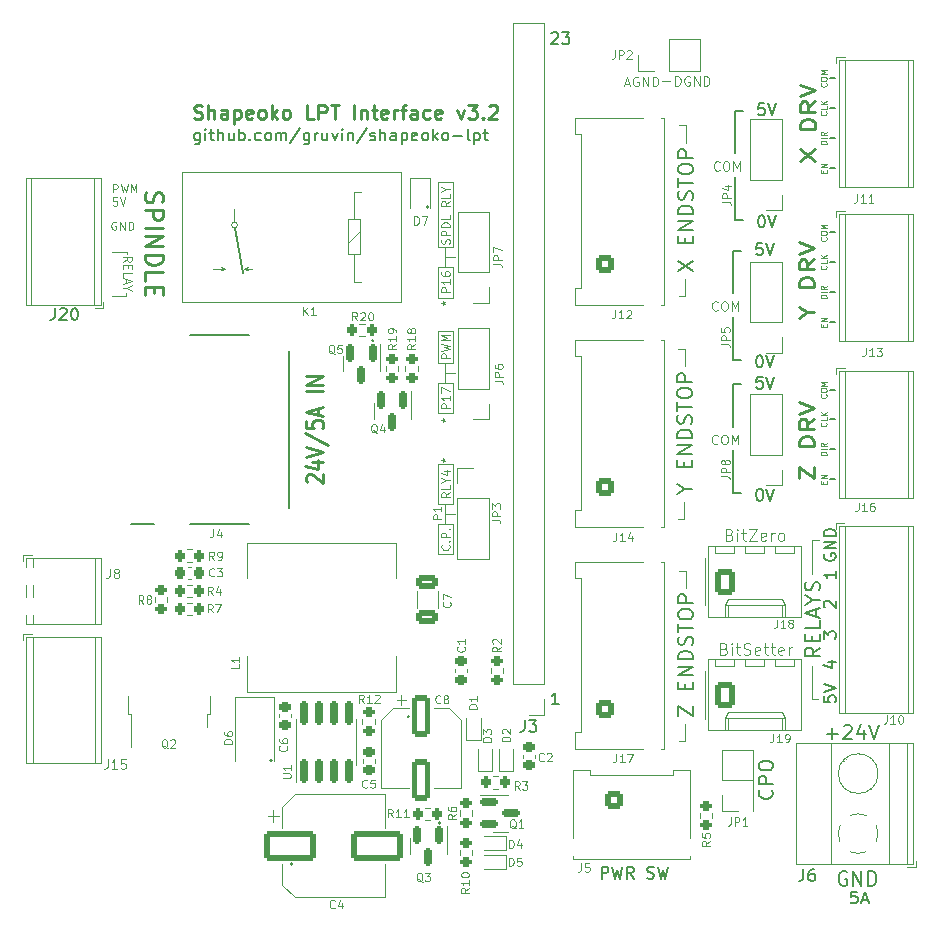
<source format=gbr>
%TF.GenerationSoftware,KiCad,Pcbnew,(6.0.11-0)*%
%TF.CreationDate,2023-07-12T13:15:56+12:00*%
%TF.ProjectId,controller-lower-cut,636f6e74-726f-46c6-9c65-722d6c6f7765,3.2*%
%TF.SameCoordinates,PX1c9c380PY1312d00*%
%TF.FileFunction,Legend,Top*%
%TF.FilePolarity,Positive*%
%FSLAX46Y46*%
G04 Gerber Fmt 4.6, Leading zero omitted, Abs format (unit mm)*
G04 Created by KiCad (PCBNEW (6.0.11-0)) date 2023-07-12 13:15:56*
%MOMM*%
%LPD*%
G01*
G04 APERTURE LIST*
G04 Aperture macros list*
%AMRoundRect*
0 Rectangle with rounded corners*
0 $1 Rounding radius*
0 $2 $3 $4 $5 $6 $7 $8 $9 X,Y pos of 4 corners*
0 Add a 4 corners polygon primitive as box body*
4,1,4,$2,$3,$4,$5,$6,$7,$8,$9,$2,$3,0*
0 Add four circle primitives for the rounded corners*
1,1,$1+$1,$2,$3*
1,1,$1+$1,$4,$5*
1,1,$1+$1,$6,$7*
1,1,$1+$1,$8,$9*
0 Add four rect primitives between the rounded corners*
20,1,$1+$1,$2,$3,$4,$5,0*
20,1,$1+$1,$4,$5,$6,$7,0*
20,1,$1+$1,$6,$7,$8,$9,0*
20,1,$1+$1,$8,$9,$2,$3,0*%
G04 Aperture macros list end*
%ADD10C,0.150000*%
%ADD11C,0.100000*%
%ADD12C,0.120000*%
%ADD13C,0.125000*%
%ADD14C,0.080000*%
%ADD15C,0.250000*%
%ADD16C,0.180000*%
%ADD17C,0.200000*%
%ADD18C,0.127000*%
%ADD19RoundRect,0.225000X0.250000X-0.225000X0.250000X0.225000X-0.250000X0.225000X-0.250000X-0.225000X0*%
%ADD20R,1.700000X1.700000*%
%ADD21O,1.700000X1.700000*%
%ADD22RoundRect,0.200000X0.200000X0.275000X-0.200000X0.275000X-0.200000X-0.275000X0.200000X-0.275000X0*%
%ADD23C,1.000000*%
%ADD24RoundRect,0.250001X0.499999X-0.499999X0.499999X0.499999X-0.499999X0.499999X-0.499999X-0.499999X0*%
%ADD25C,1.500000*%
%ADD26RoundRect,0.200000X0.275000X-0.200000X0.275000X0.200000X-0.275000X0.200000X-0.275000X-0.200000X0*%
%ADD27C,5.500000*%
%ADD28C,2.300000*%
%ADD29R,2.300000X2.300000*%
%ADD30R,2.200000X2.200000*%
%ADD31C,2.200000*%
%ADD32RoundRect,0.250000X-0.620000X-0.845000X0.620000X-0.845000X0.620000X0.845000X-0.620000X0.845000X0*%
%ADD33O,1.740000X2.190000*%
%ADD34RoundRect,0.150000X-0.150000X0.587500X-0.150000X-0.587500X0.150000X-0.587500X0.150000X0.587500X0*%
%ADD35R,0.700000X0.600000*%
%ADD36RoundRect,0.200000X-0.275000X0.200000X-0.275000X-0.200000X0.275000X-0.200000X0.275000X0.200000X0*%
%ADD37R,1.800000X2.500000*%
%ADD38R,1.200000X2.200000*%
%ADD39R,5.800000X6.400000*%
%ADD40RoundRect,0.250000X-0.650000X0.325000X-0.650000X-0.325000X0.650000X-0.325000X0.650000X0.325000X0*%
%ADD41R,2.900000X5.400000*%
%ADD42R,0.600000X0.700000*%
%ADD43RoundRect,0.200000X-0.200000X-0.275000X0.200000X-0.275000X0.200000X0.275000X-0.200000X0.275000X0*%
%ADD44R,2.600000X2.600000*%
%ADD45C,2.600000*%
%ADD46RoundRect,0.250001X-0.499999X-0.499999X0.499999X-0.499999X0.499999X0.499999X-0.499999X0.499999X0*%
%ADD47RoundRect,0.250000X-0.550000X1.500000X-0.550000X-1.500000X0.550000X-1.500000X0.550000X1.500000X0*%
%ADD48RoundRect,0.225000X-0.250000X0.225000X-0.250000X-0.225000X0.250000X-0.225000X0.250000X0.225000X0*%
%ADD49R,0.450000X0.600000*%
%ADD50C,1.100000*%
%ADD51C,1.700000*%
%ADD52O,3.200000X1.600000*%
%ADD53O,1.750000X3.500000*%
%ADD54RoundRect,0.225000X0.225000X0.250000X-0.225000X0.250000X-0.225000X-0.250000X0.225000X-0.250000X0*%
%ADD55RoundRect,0.150000X-0.587500X-0.150000X0.587500X-0.150000X0.587500X0.150000X-0.587500X0.150000X0*%
%ADD56RoundRect,0.150000X0.150000X-0.825000X0.150000X0.825000X-0.150000X0.825000X-0.150000X-0.825000X0*%
%ADD57RoundRect,0.250000X-1.950000X-1.000000X1.950000X-1.000000X1.950000X1.000000X-1.950000X1.000000X0*%
G04 APERTURE END LIST*
D10*
X67400000Y-45300000D02*
X67400000Y-41700000D01*
X67377228Y-30400000D02*
X68077228Y-30400000D01*
D11*
X43850000Y-52675000D02*
X43050000Y-52675000D01*
X63400000Y-57500000D02*
X63400000Y-58950000D01*
D10*
X76050000Y-47200000D02*
X75650000Y-47200000D01*
X67377228Y-39600000D02*
X67377228Y-36000000D01*
D11*
X74080000Y-65542893D02*
X74080000Y-68300000D01*
X63325000Y-38675000D02*
X62775000Y-38675000D01*
X63300000Y-53100000D02*
X62750000Y-53100000D01*
D10*
X76050000Y-15790941D02*
X75650000Y-15790941D01*
X76050000Y-31340769D02*
X75650000Y-31340769D01*
D11*
X16000000Y-34200001D02*
X16000000Y-34000000D01*
X43050000Y-30950000D02*
X43050000Y-30100000D01*
X74620000Y-68300000D02*
X74080000Y-68300000D01*
D10*
X67377228Y-34000000D02*
X67377228Y-30400000D01*
X76050000Y-23400000D02*
X75650000Y-23400000D01*
X76050000Y-42140941D02*
X75650000Y-42140941D01*
D11*
X63375000Y-34200000D02*
X62825000Y-34200000D01*
D10*
X76050000Y-44640769D02*
X75650000Y-44640769D01*
D12*
X61400000Y-16050000D02*
X62100000Y-16050000D01*
D11*
X74665000Y-54850000D02*
X74100000Y-54850000D01*
D10*
X67400000Y-50900000D02*
X68100000Y-50900000D01*
X67550000Y-22150000D02*
X67550000Y-18550000D01*
D11*
X42400000Y-56075000D02*
X43700000Y-56075000D01*
X43700000Y-56075000D02*
X43700000Y-53525000D01*
X43700000Y-53525000D02*
X42400000Y-53525000D01*
X42400000Y-53525000D02*
X42400000Y-56075000D01*
X43050000Y-40750000D02*
X43050000Y-39900000D01*
X42400000Y-44150000D02*
X43700000Y-44150000D01*
X43700000Y-44150000D02*
X43700000Y-41600000D01*
X43700000Y-41600000D02*
X42400000Y-41600000D01*
X42400000Y-41600000D02*
X42400000Y-44150000D01*
X63300000Y-51650000D02*
X63300000Y-53100000D01*
D10*
X76050000Y-20850000D02*
X75650000Y-20850000D01*
X67400000Y-41700000D02*
X68100000Y-41700000D01*
D11*
X63325000Y-38700000D02*
X63325000Y-40150000D01*
X63400000Y-57475000D02*
X62850000Y-57475000D01*
X14800000Y-30500001D02*
X16100000Y-30500000D01*
D10*
X76050000Y-18290769D02*
X75650000Y-18290769D01*
D11*
X43850000Y-30950000D02*
X43050000Y-30950000D01*
X43050000Y-31800000D02*
X43050000Y-30950000D01*
X42400000Y-39900000D02*
X43700000Y-39900000D01*
X43700000Y-39900000D02*
X43700000Y-37150000D01*
X43700000Y-37150000D02*
X42400000Y-37150000D01*
X42400000Y-37150000D02*
X42400000Y-39900000D01*
X43850000Y-40750000D02*
X43050000Y-40750000D01*
D10*
X76050000Y-36450000D02*
X75650000Y-36450000D01*
D11*
X63375000Y-71900000D02*
X62825000Y-71900000D01*
X14800000Y-34200000D02*
X16000000Y-34200001D01*
D10*
X67550000Y-27750000D02*
X67550000Y-24150000D01*
D11*
X16100000Y-30500000D02*
X16100000Y-30700000D01*
D10*
X67400000Y-50900000D02*
X67400000Y-47300000D01*
X67377228Y-39600000D02*
X68077228Y-39600000D01*
D11*
X74100000Y-54850000D02*
X74100000Y-57750000D01*
X63400000Y-19775000D02*
X62850000Y-19775000D01*
X43050000Y-53525000D02*
X43050000Y-52675000D01*
X63375000Y-70450000D02*
X63375000Y-71900000D01*
D10*
X76050000Y-28840941D02*
X75650000Y-28840941D01*
D11*
X63375000Y-32750000D02*
X63375000Y-34200000D01*
D10*
X76050000Y-49750000D02*
X75650000Y-49750000D01*
X67550000Y-27750000D02*
X68250000Y-27750000D01*
D11*
X42400000Y-30100000D02*
X43700000Y-30100000D01*
X43700000Y-30100000D02*
X43700000Y-24600000D01*
X43700000Y-24600000D02*
X42400000Y-24600000D01*
X42400000Y-24600000D02*
X42400000Y-30100000D01*
X42400000Y-34350000D02*
X43700000Y-34350000D01*
X43700000Y-34350000D02*
X43700000Y-31800000D01*
X43700000Y-31800000D02*
X42400000Y-31800000D01*
X42400000Y-31800000D02*
X42400000Y-34350000D01*
X43050000Y-41600000D02*
X43050000Y-40750000D01*
X42400000Y-51825000D02*
X43700000Y-51825000D01*
X43700000Y-51825000D02*
X43700000Y-48475000D01*
X43700000Y-48475000D02*
X42400000Y-48475000D01*
X42400000Y-48475000D02*
X42400000Y-51825000D01*
X63400000Y-19800000D02*
X63400000Y-21250000D01*
D10*
X76050000Y-33900000D02*
X75650000Y-33900000D01*
D11*
X43050000Y-52675000D02*
X43050000Y-51825000D01*
D10*
X67550000Y-18550000D02*
X68250000Y-18550000D01*
X75150000Y-56061904D02*
X75102380Y-56157142D01*
X75102380Y-56300000D01*
X75150000Y-56442857D01*
X75245238Y-56538095D01*
X75340476Y-56585714D01*
X75530952Y-56633333D01*
X75673809Y-56633333D01*
X75864285Y-56585714D01*
X75959523Y-56538095D01*
X76054761Y-56442857D01*
X76102380Y-56300000D01*
X76102380Y-56204761D01*
X76054761Y-56061904D01*
X76007142Y-56014285D01*
X75673809Y-56014285D01*
X75673809Y-56204761D01*
X76102380Y-55585714D02*
X75102380Y-55585714D01*
X76102380Y-55014285D01*
X75102380Y-55014285D01*
X76102380Y-54538095D02*
X75102380Y-54538095D01*
X75102380Y-54300000D01*
X75150000Y-54157142D01*
X75245238Y-54061904D01*
X75340476Y-54014285D01*
X75530952Y-53966666D01*
X75673809Y-53966666D01*
X75864285Y-54014285D01*
X75959523Y-54061904D01*
X76054761Y-54157142D01*
X76102380Y-54300000D01*
X76102380Y-54538095D01*
D13*
X66113988Y-35385714D02*
X66075892Y-35423809D01*
X65961607Y-35461904D01*
X65885416Y-35461904D01*
X65771130Y-35423809D01*
X65694940Y-35347619D01*
X65656845Y-35271428D01*
X65618750Y-35119047D01*
X65618750Y-35004761D01*
X65656845Y-34852380D01*
X65694940Y-34776190D01*
X65771130Y-34700000D01*
X65885416Y-34661904D01*
X65961607Y-34661904D01*
X66075892Y-34700000D01*
X66113988Y-34738095D01*
X66609226Y-34661904D02*
X66761607Y-34661904D01*
X66837797Y-34700000D01*
X66913988Y-34776190D01*
X66952083Y-34928571D01*
X66952083Y-35195238D01*
X66913988Y-35347619D01*
X66837797Y-35423809D01*
X66761607Y-35461904D01*
X66609226Y-35461904D01*
X66533035Y-35423809D01*
X66456845Y-35347619D01*
X66418750Y-35195238D01*
X66418750Y-34928571D01*
X66456845Y-34776190D01*
X66533035Y-34700000D01*
X66609226Y-34661904D01*
X67294940Y-35461904D02*
X67294940Y-34661904D01*
X67561607Y-35233333D01*
X67828273Y-34661904D01*
X67828273Y-35461904D01*
D14*
X75278571Y-16192857D02*
X75302380Y-16216666D01*
X75326190Y-16288095D01*
X75326190Y-16335714D01*
X75302380Y-16407142D01*
X75254761Y-16454761D01*
X75207142Y-16478571D01*
X75111904Y-16502380D01*
X75040476Y-16502380D01*
X74945238Y-16478571D01*
X74897619Y-16454761D01*
X74850000Y-16407142D01*
X74826190Y-16335714D01*
X74826190Y-16288095D01*
X74850000Y-16216666D01*
X74873809Y-16192857D01*
X74826190Y-15883333D02*
X74826190Y-15788095D01*
X74850000Y-15740476D01*
X74897619Y-15692857D01*
X74992857Y-15669047D01*
X75159523Y-15669047D01*
X75254761Y-15692857D01*
X75302380Y-15740476D01*
X75326190Y-15788095D01*
X75326190Y-15883333D01*
X75302380Y-15930952D01*
X75254761Y-15978571D01*
X75159523Y-16002380D01*
X74992857Y-16002380D01*
X74897619Y-15978571D01*
X74850000Y-15930952D01*
X74826190Y-15883333D01*
X75326190Y-15454761D02*
X74826190Y-15454761D01*
X75183333Y-15288095D01*
X74826190Y-15121428D01*
X75326190Y-15121428D01*
X75326190Y-21350000D02*
X74826190Y-21350000D01*
X74826190Y-21230952D01*
X74850000Y-21159523D01*
X74897619Y-21111904D01*
X74945238Y-21088095D01*
X75040476Y-21064285D01*
X75111904Y-21064285D01*
X75207142Y-21088095D01*
X75254761Y-21111904D01*
X75302380Y-21159523D01*
X75326190Y-21230952D01*
X75326190Y-21350000D01*
X75326190Y-20850000D02*
X74826190Y-20850000D01*
X75326190Y-20326190D02*
X75088095Y-20492857D01*
X75326190Y-20611904D02*
X74826190Y-20611904D01*
X74826190Y-20421428D01*
X74850000Y-20373809D01*
X74873809Y-20350000D01*
X74921428Y-20326190D01*
X74992857Y-20326190D01*
X75040476Y-20350000D01*
X75064285Y-20373809D01*
X75088095Y-20421428D01*
X75088095Y-20611904D01*
D11*
X43350000Y-55287666D02*
X43383333Y-55321000D01*
X43416666Y-55421000D01*
X43416666Y-55487666D01*
X43383333Y-55587666D01*
X43316666Y-55654333D01*
X43250000Y-55687666D01*
X43116666Y-55721000D01*
X43016666Y-55721000D01*
X42883333Y-55687666D01*
X42816666Y-55654333D01*
X42750000Y-55587666D01*
X42716666Y-55487666D01*
X42716666Y-55421000D01*
X42750000Y-55321000D01*
X42783333Y-55287666D01*
X43350000Y-54987666D02*
X43383333Y-54954333D01*
X43416666Y-54987666D01*
X43383333Y-55021000D01*
X43350000Y-54987666D01*
X43416666Y-54987666D01*
X43416666Y-54654333D02*
X42716666Y-54654333D01*
X42716666Y-54387666D01*
X42750000Y-54321000D01*
X42783333Y-54287666D01*
X42850000Y-54254333D01*
X42950000Y-54254333D01*
X43016666Y-54287666D01*
X43050000Y-54321000D01*
X43083333Y-54387666D01*
X43083333Y-54654333D01*
X43350000Y-53954333D02*
X43383333Y-53921000D01*
X43416666Y-53954333D01*
X43383333Y-53987666D01*
X43350000Y-53954333D01*
X43416666Y-53954333D01*
D15*
X73004523Y-49670055D02*
X73004523Y-48670055D01*
X74274523Y-49670055D01*
X74274523Y-48670055D01*
X74274523Y-46955770D02*
X73004523Y-46955770D01*
X73004523Y-46598627D01*
X73065000Y-46384341D01*
X73185952Y-46241484D01*
X73306904Y-46170055D01*
X73548809Y-46098627D01*
X73730238Y-46098627D01*
X73972142Y-46170055D01*
X74093095Y-46241484D01*
X74214047Y-46384341D01*
X74274523Y-46598627D01*
X74274523Y-46955770D01*
X74274523Y-44598627D02*
X73669761Y-45098627D01*
X74274523Y-45455770D02*
X73004523Y-45455770D01*
X73004523Y-44884341D01*
X73065000Y-44741484D01*
X73125476Y-44670055D01*
X73246428Y-44598627D01*
X73427857Y-44598627D01*
X73548809Y-44670055D01*
X73609285Y-44741484D01*
X73669761Y-44884341D01*
X73669761Y-45455770D01*
X73004523Y-44170055D02*
X74274523Y-43670055D01*
X73004523Y-43170055D01*
D10*
X77907261Y-84645273D02*
X77431071Y-84645273D01*
X77383452Y-85121464D01*
X77431071Y-85073845D01*
X77526309Y-85026226D01*
X77764404Y-85026226D01*
X77859642Y-85073845D01*
X77907261Y-85121464D01*
X77954880Y-85216702D01*
X77954880Y-85454797D01*
X77907261Y-85550035D01*
X77859642Y-85597654D01*
X77764404Y-85645273D01*
X77526309Y-85645273D01*
X77431071Y-85597654D01*
X77383452Y-85550035D01*
X78335833Y-85359559D02*
X78812023Y-85359559D01*
X78240595Y-85645273D02*
X78573928Y-84645273D01*
X78907261Y-85645273D01*
D16*
X70678571Y-76050035D02*
X70735714Y-76107178D01*
X70792857Y-76278607D01*
X70792857Y-76392893D01*
X70735714Y-76564321D01*
X70621428Y-76678607D01*
X70507142Y-76735750D01*
X70278571Y-76792893D01*
X70107142Y-76792893D01*
X69878571Y-76735750D01*
X69764285Y-76678607D01*
X69650000Y-76564321D01*
X69592857Y-76392893D01*
X69592857Y-76278607D01*
X69650000Y-76107178D01*
X69707142Y-76050035D01*
X70792857Y-75535750D02*
X69592857Y-75535750D01*
X69592857Y-75078607D01*
X69650000Y-74964321D01*
X69707142Y-74907178D01*
X69821428Y-74850035D01*
X69992857Y-74850035D01*
X70107142Y-74907178D01*
X70164285Y-74964321D01*
X70221428Y-75078607D01*
X70221428Y-75535750D01*
X69592857Y-74107178D02*
X69592857Y-73878607D01*
X69650000Y-73764321D01*
X69764285Y-73650035D01*
X69992857Y-73592893D01*
X70392857Y-73592893D01*
X70621428Y-73650035D01*
X70735714Y-73764321D01*
X70792857Y-73878607D01*
X70792857Y-74107178D01*
X70735714Y-74221464D01*
X70621428Y-74335750D01*
X70392857Y-74392893D01*
X69992857Y-74392893D01*
X69764285Y-74335750D01*
X69650000Y-74221464D01*
X69592857Y-74107178D01*
D10*
X75102380Y-63233333D02*
X75102380Y-62614285D01*
X75483333Y-62947619D01*
X75483333Y-62804761D01*
X75530952Y-62709523D01*
X75578571Y-62661904D01*
X75673809Y-62614285D01*
X75911904Y-62614285D01*
X76007142Y-62661904D01*
X76054761Y-62709523D01*
X76102380Y-62804761D01*
X76102380Y-63090476D01*
X76054761Y-63185714D01*
X76007142Y-63233333D01*
D17*
X62754523Y-32070714D02*
X64024523Y-31224047D01*
X62754523Y-31224047D02*
X64024523Y-32070714D01*
X63359285Y-29772619D02*
X63359285Y-29349285D01*
X64024523Y-29167857D02*
X64024523Y-29772619D01*
X62754523Y-29772619D01*
X62754523Y-29167857D01*
X64024523Y-28623571D02*
X62754523Y-28623571D01*
X64024523Y-27897857D01*
X62754523Y-27897857D01*
X64024523Y-27293095D02*
X62754523Y-27293095D01*
X62754523Y-26990714D01*
X62815000Y-26809285D01*
X62935952Y-26688333D01*
X63056904Y-26627857D01*
X63298809Y-26567380D01*
X63480238Y-26567380D01*
X63722142Y-26627857D01*
X63843095Y-26688333D01*
X63964047Y-26809285D01*
X64024523Y-26990714D01*
X64024523Y-27293095D01*
X63964047Y-26083571D02*
X64024523Y-25902142D01*
X64024523Y-25599761D01*
X63964047Y-25478809D01*
X63903571Y-25418333D01*
X63782619Y-25357857D01*
X63661666Y-25357857D01*
X63540714Y-25418333D01*
X63480238Y-25478809D01*
X63419761Y-25599761D01*
X63359285Y-25841666D01*
X63298809Y-25962619D01*
X63238333Y-26023095D01*
X63117380Y-26083571D01*
X62996428Y-26083571D01*
X62875476Y-26023095D01*
X62815000Y-25962619D01*
X62754523Y-25841666D01*
X62754523Y-25539285D01*
X62815000Y-25357857D01*
X62754523Y-24995000D02*
X62754523Y-24269285D01*
X64024523Y-24632142D02*
X62754523Y-24632142D01*
X62754523Y-23604047D02*
X62754523Y-23362142D01*
X62815000Y-23241190D01*
X62935952Y-23120238D01*
X63177857Y-23059761D01*
X63601190Y-23059761D01*
X63843095Y-23120238D01*
X63964047Y-23241190D01*
X64024523Y-23362142D01*
X64024523Y-23604047D01*
X63964047Y-23725000D01*
X63843095Y-23845952D01*
X63601190Y-23906428D01*
X63177857Y-23906428D01*
X62935952Y-23845952D01*
X62815000Y-23725000D01*
X62754523Y-23604047D01*
X64024523Y-22515476D02*
X62754523Y-22515476D01*
X62754523Y-22031666D01*
X62815000Y-21910714D01*
X62875476Y-21850238D01*
X62996428Y-21789761D01*
X63177857Y-21789761D01*
X63298809Y-21850238D01*
X63359285Y-21910714D01*
X63419761Y-22031666D01*
X63419761Y-22515476D01*
D10*
X52635714Y-68802380D02*
X52064285Y-68802380D01*
X52350000Y-68802380D02*
X52350000Y-67802380D01*
X52254761Y-67945238D01*
X52159523Y-68040476D01*
X52064285Y-68088095D01*
X52038095Y-11990512D02*
X52085714Y-11942893D01*
X52180952Y-11895273D01*
X52419047Y-11895273D01*
X52514285Y-11942893D01*
X52561904Y-11990512D01*
X52609523Y-12085750D01*
X52609523Y-12180988D01*
X52561904Y-12323845D01*
X51990476Y-12895273D01*
X52609523Y-12895273D01*
X52942857Y-11895273D02*
X53561904Y-11895273D01*
X53228571Y-12276226D01*
X53371428Y-12276226D01*
X53466666Y-12323845D01*
X53514285Y-12371464D01*
X53561904Y-12466702D01*
X53561904Y-12704797D01*
X53514285Y-12800035D01*
X53466666Y-12847654D01*
X53371428Y-12895273D01*
X53085714Y-12895273D01*
X52990476Y-12847654D01*
X52942857Y-12800035D01*
D11*
X43416666Y-50833333D02*
X43083333Y-51066666D01*
X43416666Y-51233333D02*
X42716666Y-51233333D01*
X42716666Y-50966666D01*
X42750000Y-50900000D01*
X42783333Y-50866666D01*
X42850000Y-50833333D01*
X42950000Y-50833333D01*
X43016666Y-50866666D01*
X43050000Y-50900000D01*
X43083333Y-50966666D01*
X43083333Y-51233333D01*
X43416666Y-50200000D02*
X43416666Y-50533333D01*
X42716666Y-50533333D01*
X43083333Y-49833333D02*
X43416666Y-49833333D01*
X42716666Y-50066666D02*
X43083333Y-49833333D01*
X42716666Y-49600000D01*
X42950000Y-49066666D02*
X43416666Y-49066666D01*
X42683333Y-49233333D02*
X43183333Y-49400000D01*
X43183333Y-48966666D01*
X42716666Y-48066666D02*
X42883333Y-48066666D01*
X42816666Y-48233333D02*
X42883333Y-48066666D01*
X42816666Y-47900000D01*
X43016666Y-48166666D02*
X42883333Y-48066666D01*
X43016666Y-47966666D01*
D10*
X69886751Y-29752380D02*
X69410561Y-29752380D01*
X69362942Y-30228571D01*
X69410561Y-30180952D01*
X69505799Y-30133333D01*
X69743894Y-30133333D01*
X69839132Y-30180952D01*
X69886751Y-30228571D01*
X69934370Y-30323809D01*
X69934370Y-30561904D01*
X69886751Y-30657142D01*
X69839132Y-30704761D01*
X69743894Y-30752380D01*
X69505799Y-30752380D01*
X69410561Y-30704761D01*
X69362942Y-30657142D01*
X70220085Y-29752380D02*
X70553418Y-30752380D01*
X70886751Y-29752380D01*
D11*
X62521428Y-16411904D02*
X62521428Y-15611904D01*
X62711904Y-15611904D01*
X62826190Y-15650000D01*
X62902380Y-15726190D01*
X62940476Y-15802380D01*
X62978571Y-15954761D01*
X62978571Y-16069047D01*
X62940476Y-16221428D01*
X62902380Y-16297619D01*
X62826190Y-16373809D01*
X62711904Y-16411904D01*
X62521428Y-16411904D01*
X63740476Y-15650000D02*
X63664285Y-15611904D01*
X63550000Y-15611904D01*
X63435714Y-15650000D01*
X63359523Y-15726190D01*
X63321428Y-15802380D01*
X63283333Y-15954761D01*
X63283333Y-16069047D01*
X63321428Y-16221428D01*
X63359523Y-16297619D01*
X63435714Y-16373809D01*
X63550000Y-16411904D01*
X63626190Y-16411904D01*
X63740476Y-16373809D01*
X63778571Y-16335714D01*
X63778571Y-16069047D01*
X63626190Y-16069047D01*
X64121428Y-16411904D02*
X64121428Y-15611904D01*
X64578571Y-16411904D01*
X64578571Y-15611904D01*
X64959523Y-16411904D02*
X64959523Y-15611904D01*
X65150000Y-15611904D01*
X65264285Y-15650000D01*
X65340476Y-15726190D01*
X65378571Y-15802380D01*
X65416666Y-15954761D01*
X65416666Y-16069047D01*
X65378571Y-16221428D01*
X65340476Y-16297619D01*
X65264285Y-16373809D01*
X65150000Y-16411904D01*
X64959523Y-16411904D01*
X43416666Y-39483333D02*
X42716666Y-39483333D01*
X42716666Y-39216666D01*
X42750000Y-39150000D01*
X42783333Y-39116666D01*
X42850000Y-39083333D01*
X42950000Y-39083333D01*
X43016666Y-39116666D01*
X43050000Y-39150000D01*
X43083333Y-39216666D01*
X43083333Y-39483333D01*
X42716666Y-38850000D02*
X43416666Y-38683333D01*
X42916666Y-38550000D01*
X43416666Y-38416666D01*
X42716666Y-38250000D01*
X43416666Y-37983333D02*
X42716666Y-37983333D01*
X43216666Y-37750000D01*
X42716666Y-37516666D01*
X43416666Y-37516666D01*
D14*
X75278571Y-42542857D02*
X75302380Y-42566666D01*
X75326190Y-42638095D01*
X75326190Y-42685714D01*
X75302380Y-42757142D01*
X75254761Y-42804761D01*
X75207142Y-42828571D01*
X75111904Y-42852380D01*
X75040476Y-42852380D01*
X74945238Y-42828571D01*
X74897619Y-42804761D01*
X74850000Y-42757142D01*
X74826190Y-42685714D01*
X74826190Y-42638095D01*
X74850000Y-42566666D01*
X74873809Y-42542857D01*
X74826190Y-42233333D02*
X74826190Y-42138095D01*
X74850000Y-42090476D01*
X74897619Y-42042857D01*
X74992857Y-42019047D01*
X75159523Y-42019047D01*
X75254761Y-42042857D01*
X75302380Y-42090476D01*
X75326190Y-42138095D01*
X75326190Y-42233333D01*
X75302380Y-42280952D01*
X75254761Y-42328571D01*
X75159523Y-42352380D01*
X74992857Y-42352380D01*
X74897619Y-42328571D01*
X74850000Y-42280952D01*
X74826190Y-42233333D01*
X75326190Y-41804761D02*
X74826190Y-41804761D01*
X75183333Y-41638095D01*
X74826190Y-41471428D01*
X75326190Y-41471428D01*
D10*
X70059523Y-17902380D02*
X69583333Y-17902380D01*
X69535714Y-18378571D01*
X69583333Y-18330952D01*
X69678571Y-18283333D01*
X69916666Y-18283333D01*
X70011904Y-18330952D01*
X70059523Y-18378571D01*
X70107142Y-18473809D01*
X70107142Y-18711904D01*
X70059523Y-18807142D01*
X70011904Y-18854761D01*
X69916666Y-18902380D01*
X69678571Y-18902380D01*
X69583333Y-18854761D01*
X69535714Y-18807142D01*
X70392857Y-17902380D02*
X70726190Y-18902380D01*
X71059523Y-17902380D01*
D11*
X58240476Y-16233333D02*
X58621428Y-16233333D01*
X58164285Y-16461904D02*
X58430952Y-15661904D01*
X58697619Y-16461904D01*
X59383333Y-15700000D02*
X59307142Y-15661904D01*
X59192857Y-15661904D01*
X59078571Y-15700000D01*
X59002380Y-15776190D01*
X58964285Y-15852380D01*
X58926190Y-16004761D01*
X58926190Y-16119047D01*
X58964285Y-16271428D01*
X59002380Y-16347619D01*
X59078571Y-16423809D01*
X59192857Y-16461904D01*
X59269047Y-16461904D01*
X59383333Y-16423809D01*
X59421428Y-16385714D01*
X59421428Y-16119047D01*
X59269047Y-16119047D01*
X59764285Y-16461904D02*
X59764285Y-15661904D01*
X60221428Y-16461904D01*
X60221428Y-15661904D01*
X60602380Y-16461904D02*
X60602380Y-15661904D01*
X60792857Y-15661904D01*
X60907142Y-15700000D01*
X60983333Y-15776190D01*
X61021428Y-15852380D01*
X61059523Y-16004761D01*
X61059523Y-16119047D01*
X61021428Y-16271428D01*
X60983333Y-16347619D01*
X60907142Y-16423809D01*
X60792857Y-16461904D01*
X60602380Y-16461904D01*
D10*
X69909523Y-41052380D02*
X69433333Y-41052380D01*
X69385714Y-41528571D01*
X69433333Y-41480952D01*
X69528571Y-41433333D01*
X69766666Y-41433333D01*
X69861904Y-41480952D01*
X69909523Y-41528571D01*
X69957142Y-41623809D01*
X69957142Y-41861904D01*
X69909523Y-41957142D01*
X69861904Y-42004761D01*
X69766666Y-42052380D01*
X69528571Y-42052380D01*
X69433333Y-42004761D01*
X69385714Y-41957142D01*
X70242857Y-41052380D02*
X70576190Y-42052380D01*
X70909523Y-41052380D01*
D13*
X66113988Y-46685714D02*
X66075892Y-46723809D01*
X65961607Y-46761904D01*
X65885416Y-46761904D01*
X65771130Y-46723809D01*
X65694940Y-46647619D01*
X65656845Y-46571428D01*
X65618750Y-46419047D01*
X65618750Y-46304761D01*
X65656845Y-46152380D01*
X65694940Y-46076190D01*
X65771130Y-46000000D01*
X65885416Y-45961904D01*
X65961607Y-45961904D01*
X66075892Y-46000000D01*
X66113988Y-46038095D01*
X66609226Y-45961904D02*
X66761607Y-45961904D01*
X66837797Y-46000000D01*
X66913988Y-46076190D01*
X66952083Y-46228571D01*
X66952083Y-46495238D01*
X66913988Y-46647619D01*
X66837797Y-46723809D01*
X66761607Y-46761904D01*
X66609226Y-46761904D01*
X66533035Y-46723809D01*
X66456845Y-46647619D01*
X66418750Y-46495238D01*
X66418750Y-46228571D01*
X66456845Y-46076190D01*
X66533035Y-46000000D01*
X66609226Y-45961904D01*
X67294940Y-46761904D02*
X67294940Y-45961904D01*
X67561607Y-46533333D01*
X67828273Y-45961904D01*
X67828273Y-46761904D01*
D10*
X56288095Y-83545273D02*
X56288095Y-82545273D01*
X56669047Y-82545273D01*
X56764285Y-82592893D01*
X56811904Y-82640512D01*
X56859523Y-82735750D01*
X56859523Y-82878607D01*
X56811904Y-82973845D01*
X56764285Y-83021464D01*
X56669047Y-83069083D01*
X56288095Y-83069083D01*
X57192857Y-82545273D02*
X57430952Y-83545273D01*
X57621428Y-82830988D01*
X57811904Y-83545273D01*
X58050000Y-82545273D01*
X59002380Y-83545273D02*
X58669047Y-83069083D01*
X58430952Y-83545273D02*
X58430952Y-82545273D01*
X58811904Y-82545273D01*
X58907142Y-82592893D01*
X58954761Y-82640512D01*
X59002380Y-82735750D01*
X59002380Y-82878607D01*
X58954761Y-82973845D01*
X58907142Y-83021464D01*
X58811904Y-83069083D01*
X58430952Y-83069083D01*
X60145238Y-83497654D02*
X60288095Y-83545273D01*
X60526190Y-83545273D01*
X60621428Y-83497654D01*
X60669047Y-83450035D01*
X60716666Y-83354797D01*
X60716666Y-83259559D01*
X60669047Y-83164321D01*
X60621428Y-83116702D01*
X60526190Y-83069083D01*
X60335714Y-83021464D01*
X60240476Y-82973845D01*
X60192857Y-82926226D01*
X60145238Y-82830988D01*
X60145238Y-82735750D01*
X60192857Y-82640512D01*
X60240476Y-82592893D01*
X60335714Y-82545273D01*
X60573809Y-82545273D01*
X60716666Y-82592893D01*
X61050000Y-82545273D02*
X61288095Y-83545273D01*
X61478571Y-82830988D01*
X61669047Y-83545273D01*
X61907142Y-82545273D01*
D11*
X42716666Y-53116666D02*
X42016666Y-53116666D01*
X42016666Y-52850000D01*
X42050000Y-52783333D01*
X42083333Y-52750000D01*
X42150000Y-52716666D01*
X42250000Y-52716666D01*
X42316666Y-52750000D01*
X42350000Y-52783333D01*
X42383333Y-52850000D01*
X42383333Y-53116666D01*
X42716666Y-52050000D02*
X42716666Y-52450000D01*
X42716666Y-52250000D02*
X42016666Y-52250000D01*
X42116666Y-52316666D01*
X42183333Y-52383333D01*
X42216666Y-52450000D01*
D17*
X63344761Y-50547380D02*
X63949523Y-50547380D01*
X62679523Y-50970714D02*
X63344761Y-50547380D01*
X62679523Y-50124047D01*
X63284285Y-48733095D02*
X63284285Y-48309761D01*
X63949523Y-48128333D02*
X63949523Y-48733095D01*
X62679523Y-48733095D01*
X62679523Y-48128333D01*
X63949523Y-47584047D02*
X62679523Y-47584047D01*
X63949523Y-46858333D01*
X62679523Y-46858333D01*
X63949523Y-46253571D02*
X62679523Y-46253571D01*
X62679523Y-45951190D01*
X62740000Y-45769761D01*
X62860952Y-45648809D01*
X62981904Y-45588333D01*
X63223809Y-45527857D01*
X63405238Y-45527857D01*
X63647142Y-45588333D01*
X63768095Y-45648809D01*
X63889047Y-45769761D01*
X63949523Y-45951190D01*
X63949523Y-46253571D01*
X63889047Y-45044047D02*
X63949523Y-44862619D01*
X63949523Y-44560238D01*
X63889047Y-44439285D01*
X63828571Y-44378809D01*
X63707619Y-44318333D01*
X63586666Y-44318333D01*
X63465714Y-44378809D01*
X63405238Y-44439285D01*
X63344761Y-44560238D01*
X63284285Y-44802142D01*
X63223809Y-44923095D01*
X63163333Y-44983571D01*
X63042380Y-45044047D01*
X62921428Y-45044047D01*
X62800476Y-44983571D01*
X62740000Y-44923095D01*
X62679523Y-44802142D01*
X62679523Y-44499761D01*
X62740000Y-44318333D01*
X62679523Y-43955476D02*
X62679523Y-43229761D01*
X63949523Y-43592619D02*
X62679523Y-43592619D01*
X62679523Y-42564523D02*
X62679523Y-42322619D01*
X62740000Y-42201666D01*
X62860952Y-42080714D01*
X63102857Y-42020238D01*
X63526190Y-42020238D01*
X63768095Y-42080714D01*
X63889047Y-42201666D01*
X63949523Y-42322619D01*
X63949523Y-42564523D01*
X63889047Y-42685476D01*
X63768095Y-42806428D01*
X63526190Y-42866904D01*
X63102857Y-42866904D01*
X62860952Y-42806428D01*
X62740000Y-42685476D01*
X62679523Y-42564523D01*
X63949523Y-41475952D02*
X62679523Y-41475952D01*
X62679523Y-40992142D01*
X62740000Y-40871190D01*
X62800476Y-40810714D01*
X62921428Y-40750238D01*
X63102857Y-40750238D01*
X63223809Y-40810714D01*
X63284285Y-40871190D01*
X63344761Y-40992142D01*
X63344761Y-41475952D01*
D10*
X69773809Y-27402380D02*
X69869047Y-27402380D01*
X69964285Y-27450000D01*
X70011904Y-27497619D01*
X70059523Y-27592857D01*
X70107142Y-27783333D01*
X70107142Y-28021428D01*
X70059523Y-28211904D01*
X70011904Y-28307142D01*
X69964285Y-28354761D01*
X69869047Y-28402380D01*
X69773809Y-28402380D01*
X69678571Y-28354761D01*
X69630952Y-28307142D01*
X69583333Y-28211904D01*
X69535714Y-28021428D01*
X69535714Y-27783333D01*
X69583333Y-27592857D01*
X69630952Y-27497619D01*
X69678571Y-27450000D01*
X69773809Y-27402380D01*
X70392857Y-27402380D02*
X70726190Y-28402380D01*
X71059523Y-27402380D01*
D11*
X43383333Y-29783333D02*
X43416666Y-29683333D01*
X43416666Y-29516666D01*
X43383333Y-29450000D01*
X43350000Y-29416666D01*
X43283333Y-29383333D01*
X43216666Y-29383333D01*
X43150000Y-29416666D01*
X43116666Y-29450000D01*
X43083333Y-29516666D01*
X43050000Y-29650000D01*
X43016666Y-29716666D01*
X42983333Y-29750000D01*
X42916666Y-29783333D01*
X42850000Y-29783333D01*
X42783333Y-29750000D01*
X42750000Y-29716666D01*
X42716666Y-29650000D01*
X42716666Y-29483333D01*
X42750000Y-29383333D01*
X43416666Y-29083333D02*
X42716666Y-29083333D01*
X42716666Y-28816666D01*
X42750000Y-28750000D01*
X42783333Y-28716666D01*
X42850000Y-28683333D01*
X42950000Y-28683333D01*
X43016666Y-28716666D01*
X43050000Y-28750000D01*
X43083333Y-28816666D01*
X43083333Y-29083333D01*
X43416666Y-28383333D02*
X42716666Y-28383333D01*
X42716666Y-28216666D01*
X42750000Y-28116666D01*
X42816666Y-28050000D01*
X42883333Y-28016666D01*
X43016666Y-27983333D01*
X43116666Y-27983333D01*
X43250000Y-28016666D01*
X43316666Y-28050000D01*
X43383333Y-28116666D01*
X43416666Y-28216666D01*
X43416666Y-28383333D01*
X43416666Y-27350000D02*
X43416666Y-27683333D01*
X42716666Y-27683333D01*
X43416666Y-26183333D02*
X43083333Y-26416666D01*
X43416666Y-26583333D02*
X42716666Y-26583333D01*
X42716666Y-26316666D01*
X42750000Y-26250000D01*
X42783333Y-26216666D01*
X42850000Y-26183333D01*
X42950000Y-26183333D01*
X43016666Y-26216666D01*
X43050000Y-26250000D01*
X43083333Y-26316666D01*
X43083333Y-26583333D01*
X43416666Y-25550000D02*
X43416666Y-25883333D01*
X42716666Y-25883333D01*
X43083333Y-25183333D02*
X43416666Y-25183333D01*
X42716666Y-25416666D02*
X43083333Y-25183333D01*
X42716666Y-24950000D01*
D15*
X73669761Y-35614285D02*
X74274523Y-35614285D01*
X73004523Y-36114285D02*
X73669761Y-35614285D01*
X73004523Y-35114285D01*
X74274523Y-33471428D02*
X73004523Y-33471428D01*
X73004523Y-33114285D01*
X73065000Y-32900000D01*
X73185952Y-32757142D01*
X73306904Y-32685714D01*
X73548809Y-32614285D01*
X73730238Y-32614285D01*
X73972142Y-32685714D01*
X74093095Y-32757142D01*
X74214047Y-32900000D01*
X74274523Y-33114285D01*
X74274523Y-33471428D01*
X74274523Y-31114285D02*
X73669761Y-31614285D01*
X74274523Y-31971428D02*
X73004523Y-31971428D01*
X73004523Y-31400000D01*
X73065000Y-31257142D01*
X73125476Y-31185714D01*
X73246428Y-31114285D01*
X73427857Y-31114285D01*
X73548809Y-31185714D01*
X73609285Y-31257142D01*
X73669761Y-31400000D01*
X73669761Y-31971428D01*
X73004523Y-30685714D02*
X74274523Y-30185714D01*
X73004523Y-29685714D01*
X73104523Y-22814285D02*
X74374523Y-21814285D01*
X73104523Y-21814285D02*
X74374523Y-22814285D01*
X74374523Y-20100000D02*
X73104523Y-20100000D01*
X73104523Y-19742857D01*
X73165000Y-19528571D01*
X73285952Y-19385714D01*
X73406904Y-19314285D01*
X73648809Y-19242857D01*
X73830238Y-19242857D01*
X74072142Y-19314285D01*
X74193095Y-19385714D01*
X74314047Y-19528571D01*
X74374523Y-19742857D01*
X74374523Y-20100000D01*
X74374523Y-17742857D02*
X73769761Y-18242857D01*
X74374523Y-18600000D02*
X73104523Y-18600000D01*
X73104523Y-18028571D01*
X73165000Y-17885714D01*
X73225476Y-17814285D01*
X73346428Y-17742857D01*
X73527857Y-17742857D01*
X73648809Y-17814285D01*
X73709285Y-17885714D01*
X73769761Y-18028571D01*
X73769761Y-18600000D01*
X73104523Y-17314285D02*
X74374523Y-16814285D01*
X73104523Y-16314285D01*
D11*
X42716666Y-34833333D02*
X42883333Y-34833333D01*
X42816666Y-35000000D02*
X42883333Y-34833333D01*
X42816666Y-34666666D01*
X43016666Y-34933333D02*
X42883333Y-34833333D01*
X43016666Y-34733333D01*
X43416666Y-33866666D02*
X42716666Y-33866666D01*
X42716666Y-33600000D01*
X42750000Y-33533333D01*
X42783333Y-33500000D01*
X42850000Y-33466666D01*
X42950000Y-33466666D01*
X43016666Y-33500000D01*
X43050000Y-33533333D01*
X43083333Y-33600000D01*
X43083333Y-33866666D01*
X43416666Y-32800000D02*
X43416666Y-33200000D01*
X43416666Y-33000000D02*
X42716666Y-33000000D01*
X42816666Y-33066666D01*
X42883333Y-33133333D01*
X42916666Y-33200000D01*
X42716666Y-32200000D02*
X42716666Y-32333333D01*
X42750000Y-32400000D01*
X42783333Y-32433333D01*
X42883333Y-32500000D01*
X43016666Y-32533333D01*
X43283333Y-32533333D01*
X43350000Y-32500000D01*
X43383333Y-32466666D01*
X43416666Y-32400000D01*
X43416666Y-32266666D01*
X43383333Y-32200000D01*
X43350000Y-32166666D01*
X43283333Y-32133333D01*
X43116666Y-32133333D01*
X43050000Y-32166666D01*
X43016666Y-32200000D01*
X42983333Y-32266666D01*
X42983333Y-32400000D01*
X43016666Y-32466666D01*
X43050000Y-32500000D01*
X43116666Y-32533333D01*
D14*
X15166666Y-27950000D02*
X15100000Y-27916666D01*
X15000000Y-27916666D01*
X14900000Y-27950000D01*
X14833333Y-28016666D01*
X14800000Y-28083333D01*
X14766666Y-28216666D01*
X14766666Y-28316666D01*
X14800000Y-28450000D01*
X14833333Y-28516666D01*
X14900000Y-28583333D01*
X15000000Y-28616666D01*
X15066666Y-28616666D01*
X15166666Y-28583333D01*
X15200000Y-28550000D01*
X15200000Y-28316666D01*
X15066666Y-28316666D01*
X15500000Y-28616666D02*
X15500000Y-27916666D01*
X15900000Y-28616666D01*
X15900000Y-27916666D01*
X16233333Y-28616666D02*
X16233333Y-27916666D01*
X16400000Y-27916666D01*
X16500000Y-27950000D01*
X16566666Y-28016666D01*
X16600000Y-28083333D01*
X16633333Y-28216666D01*
X16633333Y-28316666D01*
X16600000Y-28450000D01*
X16566666Y-28516666D01*
X16500000Y-28583333D01*
X16400000Y-28616666D01*
X16233333Y-28616666D01*
D15*
X21791071Y-19178607D02*
X21962500Y-19235750D01*
X22248214Y-19235750D01*
X22362500Y-19178607D01*
X22419642Y-19121464D01*
X22476785Y-19007178D01*
X22476785Y-18892893D01*
X22419642Y-18778607D01*
X22362500Y-18721464D01*
X22248214Y-18664321D01*
X22019642Y-18607178D01*
X21905357Y-18550035D01*
X21848214Y-18492893D01*
X21791071Y-18378607D01*
X21791071Y-18264321D01*
X21848214Y-18150035D01*
X21905357Y-18092893D01*
X22019642Y-18035750D01*
X22305357Y-18035750D01*
X22476785Y-18092893D01*
X22991071Y-19235750D02*
X22991071Y-18035750D01*
X23505357Y-19235750D02*
X23505357Y-18607178D01*
X23448214Y-18492893D01*
X23333928Y-18435750D01*
X23162500Y-18435750D01*
X23048214Y-18492893D01*
X22991071Y-18550035D01*
X24591071Y-19235750D02*
X24591071Y-18607178D01*
X24533928Y-18492893D01*
X24419642Y-18435750D01*
X24191071Y-18435750D01*
X24076785Y-18492893D01*
X24591071Y-19178607D02*
X24476785Y-19235750D01*
X24191071Y-19235750D01*
X24076785Y-19178607D01*
X24019642Y-19064321D01*
X24019642Y-18950035D01*
X24076785Y-18835750D01*
X24191071Y-18778607D01*
X24476785Y-18778607D01*
X24591071Y-18721464D01*
X25162500Y-18435750D02*
X25162500Y-19635750D01*
X25162500Y-18492893D02*
X25276785Y-18435750D01*
X25505357Y-18435750D01*
X25619642Y-18492893D01*
X25676785Y-18550035D01*
X25733928Y-18664321D01*
X25733928Y-19007178D01*
X25676785Y-19121464D01*
X25619642Y-19178607D01*
X25505357Y-19235750D01*
X25276785Y-19235750D01*
X25162500Y-19178607D01*
X26705357Y-19178607D02*
X26591071Y-19235750D01*
X26362500Y-19235750D01*
X26248214Y-19178607D01*
X26191071Y-19064321D01*
X26191071Y-18607178D01*
X26248214Y-18492893D01*
X26362500Y-18435750D01*
X26591071Y-18435750D01*
X26705357Y-18492893D01*
X26762500Y-18607178D01*
X26762500Y-18721464D01*
X26191071Y-18835750D01*
X27448214Y-19235750D02*
X27333928Y-19178607D01*
X27276785Y-19121464D01*
X27219642Y-19007178D01*
X27219642Y-18664321D01*
X27276785Y-18550035D01*
X27333928Y-18492893D01*
X27448214Y-18435750D01*
X27619642Y-18435750D01*
X27733928Y-18492893D01*
X27791071Y-18550035D01*
X27848214Y-18664321D01*
X27848214Y-19007178D01*
X27791071Y-19121464D01*
X27733928Y-19178607D01*
X27619642Y-19235750D01*
X27448214Y-19235750D01*
X28362500Y-19235750D02*
X28362500Y-18035750D01*
X28476785Y-18778607D02*
X28819642Y-19235750D01*
X28819642Y-18435750D02*
X28362500Y-18892893D01*
X29505357Y-19235750D02*
X29391071Y-19178607D01*
X29333928Y-19121464D01*
X29276785Y-19007178D01*
X29276785Y-18664321D01*
X29333928Y-18550035D01*
X29391071Y-18492893D01*
X29505357Y-18435750D01*
X29676785Y-18435750D01*
X29791071Y-18492893D01*
X29848214Y-18550035D01*
X29905357Y-18664321D01*
X29905357Y-19007178D01*
X29848214Y-19121464D01*
X29791071Y-19178607D01*
X29676785Y-19235750D01*
X29505357Y-19235750D01*
X31905357Y-19235750D02*
X31333928Y-19235750D01*
X31333928Y-18035750D01*
X32305357Y-19235750D02*
X32305357Y-18035750D01*
X32762500Y-18035750D01*
X32876785Y-18092893D01*
X32933928Y-18150035D01*
X32991071Y-18264321D01*
X32991071Y-18435750D01*
X32933928Y-18550035D01*
X32876785Y-18607178D01*
X32762500Y-18664321D01*
X32305357Y-18664321D01*
X33333928Y-18035750D02*
X34019642Y-18035750D01*
X33676785Y-19235750D02*
X33676785Y-18035750D01*
X35333928Y-19235750D02*
X35333928Y-18035750D01*
X35905357Y-18435750D02*
X35905357Y-19235750D01*
X35905357Y-18550035D02*
X35962500Y-18492893D01*
X36076785Y-18435750D01*
X36248214Y-18435750D01*
X36362500Y-18492893D01*
X36419642Y-18607178D01*
X36419642Y-19235750D01*
X36819642Y-18435750D02*
X37276785Y-18435750D01*
X36991071Y-18035750D02*
X36991071Y-19064321D01*
X37048214Y-19178607D01*
X37162500Y-19235750D01*
X37276785Y-19235750D01*
X38133928Y-19178607D02*
X38019642Y-19235750D01*
X37791071Y-19235750D01*
X37676785Y-19178607D01*
X37619642Y-19064321D01*
X37619642Y-18607178D01*
X37676785Y-18492893D01*
X37791071Y-18435750D01*
X38019642Y-18435750D01*
X38133928Y-18492893D01*
X38191071Y-18607178D01*
X38191071Y-18721464D01*
X37619642Y-18835750D01*
X38705357Y-19235750D02*
X38705357Y-18435750D01*
X38705357Y-18664321D02*
X38762500Y-18550035D01*
X38819642Y-18492893D01*
X38933928Y-18435750D01*
X39048214Y-18435750D01*
X39276785Y-18435750D02*
X39733928Y-18435750D01*
X39448214Y-19235750D02*
X39448214Y-18207178D01*
X39505357Y-18092893D01*
X39619642Y-18035750D01*
X39733928Y-18035750D01*
X40648214Y-19235750D02*
X40648214Y-18607178D01*
X40591071Y-18492893D01*
X40476785Y-18435750D01*
X40248214Y-18435750D01*
X40133928Y-18492893D01*
X40648214Y-19178607D02*
X40533928Y-19235750D01*
X40248214Y-19235750D01*
X40133928Y-19178607D01*
X40076785Y-19064321D01*
X40076785Y-18950035D01*
X40133928Y-18835750D01*
X40248214Y-18778607D01*
X40533928Y-18778607D01*
X40648214Y-18721464D01*
X41733928Y-19178607D02*
X41619642Y-19235750D01*
X41391071Y-19235750D01*
X41276785Y-19178607D01*
X41219642Y-19121464D01*
X41162500Y-19007178D01*
X41162500Y-18664321D01*
X41219642Y-18550035D01*
X41276785Y-18492893D01*
X41391071Y-18435750D01*
X41619642Y-18435750D01*
X41733928Y-18492893D01*
X42705357Y-19178607D02*
X42591071Y-19235750D01*
X42362500Y-19235750D01*
X42248214Y-19178607D01*
X42191071Y-19064321D01*
X42191071Y-18607178D01*
X42248214Y-18492893D01*
X42362500Y-18435750D01*
X42591071Y-18435750D01*
X42705357Y-18492893D01*
X42762500Y-18607178D01*
X42762500Y-18721464D01*
X42191071Y-18835750D01*
X44076785Y-18435750D02*
X44362500Y-19235750D01*
X44648214Y-18435750D01*
X44991071Y-18035750D02*
X45733928Y-18035750D01*
X45333928Y-18492893D01*
X45505357Y-18492893D01*
X45619642Y-18550035D01*
X45676785Y-18607178D01*
X45733928Y-18721464D01*
X45733928Y-19007178D01*
X45676785Y-19121464D01*
X45619642Y-19178607D01*
X45505357Y-19235750D01*
X45162500Y-19235750D01*
X45048214Y-19178607D01*
X44991071Y-19121464D01*
X46248214Y-19121464D02*
X46305357Y-19178607D01*
X46248214Y-19235750D01*
X46191071Y-19178607D01*
X46248214Y-19121464D01*
X46248214Y-19235750D01*
X46762500Y-18150035D02*
X46819642Y-18092893D01*
X46933928Y-18035750D01*
X47219642Y-18035750D01*
X47333928Y-18092893D01*
X47391071Y-18150035D01*
X47448214Y-18264321D01*
X47448214Y-18378607D01*
X47391071Y-18550035D01*
X46705357Y-19235750D01*
X47448214Y-19235750D01*
D14*
X75278571Y-18597619D02*
X75302380Y-18621428D01*
X75326190Y-18692857D01*
X75326190Y-18740476D01*
X75302380Y-18811904D01*
X75254761Y-18859523D01*
X75207142Y-18883333D01*
X75111904Y-18907142D01*
X75040476Y-18907142D01*
X74945238Y-18883333D01*
X74897619Y-18859523D01*
X74850000Y-18811904D01*
X74826190Y-18740476D01*
X74826190Y-18692857D01*
X74850000Y-18621428D01*
X74873809Y-18597619D01*
X75326190Y-18145238D02*
X75326190Y-18383333D01*
X74826190Y-18383333D01*
X75326190Y-17978571D02*
X74826190Y-17978571D01*
X75326190Y-17692857D02*
X75040476Y-17907142D01*
X74826190Y-17692857D02*
X75111904Y-17978571D01*
X75064285Y-50119047D02*
X75064285Y-49952380D01*
X75326190Y-49880952D02*
X75326190Y-50119047D01*
X74826190Y-50119047D01*
X74826190Y-49880952D01*
X75326190Y-49666666D02*
X74826190Y-49666666D01*
X75326190Y-49380952D01*
X74826190Y-49380952D01*
D10*
X69623809Y-50552380D02*
X69719047Y-50552380D01*
X69814285Y-50600000D01*
X69861904Y-50647619D01*
X69909523Y-50742857D01*
X69957142Y-50933333D01*
X69957142Y-51171428D01*
X69909523Y-51361904D01*
X69861904Y-51457142D01*
X69814285Y-51504761D01*
X69719047Y-51552380D01*
X69623809Y-51552380D01*
X69528571Y-51504761D01*
X69480952Y-51457142D01*
X69433333Y-51361904D01*
X69385714Y-51171428D01*
X69385714Y-50933333D01*
X69433333Y-50742857D01*
X69480952Y-50647619D01*
X69528571Y-50600000D01*
X69623809Y-50552380D01*
X70242857Y-50552380D02*
X70576190Y-51552380D01*
X70909523Y-50552380D01*
D15*
X17692857Y-25442857D02*
X17621428Y-25657142D01*
X17621428Y-26014285D01*
X17692857Y-26157142D01*
X17764285Y-26228571D01*
X17907142Y-26300000D01*
X18050000Y-26300000D01*
X18192857Y-26228571D01*
X18264285Y-26157142D01*
X18335714Y-26014285D01*
X18407142Y-25728571D01*
X18478571Y-25585714D01*
X18550000Y-25514285D01*
X18692857Y-25442857D01*
X18835714Y-25442857D01*
X18978571Y-25514285D01*
X19050000Y-25585714D01*
X19121428Y-25728571D01*
X19121428Y-26085714D01*
X19050000Y-26300000D01*
X17621428Y-26942857D02*
X19121428Y-26942857D01*
X19121428Y-27514285D01*
X19050000Y-27657142D01*
X18978571Y-27728571D01*
X18835714Y-27800000D01*
X18621428Y-27800000D01*
X18478571Y-27728571D01*
X18407142Y-27657142D01*
X18335714Y-27514285D01*
X18335714Y-26942857D01*
X17621428Y-28442857D02*
X19121428Y-28442857D01*
X17621428Y-29157142D02*
X19121428Y-29157142D01*
X17621428Y-30014285D01*
X19121428Y-30014285D01*
X17621428Y-30728571D02*
X19121428Y-30728571D01*
X19121428Y-31085714D01*
X19050000Y-31300000D01*
X18907142Y-31442857D01*
X18764285Y-31514285D01*
X18478571Y-31585714D01*
X18264285Y-31585714D01*
X17978571Y-31514285D01*
X17835714Y-31442857D01*
X17692857Y-31300000D01*
X17621428Y-31085714D01*
X17621428Y-30728571D01*
X17621428Y-32942857D02*
X17621428Y-32228571D01*
X19121428Y-32228571D01*
X18407142Y-33442857D02*
X18407142Y-33942857D01*
X17621428Y-34157142D02*
X17621428Y-33442857D01*
X19121428Y-33442857D01*
X19121428Y-34157142D01*
D13*
X66263988Y-23535714D02*
X66225892Y-23573809D01*
X66111607Y-23611904D01*
X66035416Y-23611904D01*
X65921130Y-23573809D01*
X65844940Y-23497619D01*
X65806845Y-23421428D01*
X65768750Y-23269047D01*
X65768750Y-23154761D01*
X65806845Y-23002380D01*
X65844940Y-22926190D01*
X65921130Y-22850000D01*
X66035416Y-22811904D01*
X66111607Y-22811904D01*
X66225892Y-22850000D01*
X66263988Y-22888095D01*
X66759226Y-22811904D02*
X66911607Y-22811904D01*
X66987797Y-22850000D01*
X67063988Y-22926190D01*
X67102083Y-23078571D01*
X67102083Y-23345238D01*
X67063988Y-23497619D01*
X66987797Y-23573809D01*
X66911607Y-23611904D01*
X66759226Y-23611904D01*
X66683035Y-23573809D01*
X66606845Y-23497619D01*
X66568750Y-23345238D01*
X66568750Y-23078571D01*
X66606845Y-22926190D01*
X66683035Y-22850000D01*
X66759226Y-22811904D01*
X67444940Y-23611904D02*
X67444940Y-22811904D01*
X67711607Y-23383333D01*
X67978273Y-22811904D01*
X67978273Y-23611904D01*
X66633333Y-64078571D02*
X66776190Y-64126190D01*
X66823809Y-64173809D01*
X66871428Y-64269047D01*
X66871428Y-64411904D01*
X66823809Y-64507142D01*
X66776190Y-64554761D01*
X66680952Y-64602380D01*
X66300000Y-64602380D01*
X66300000Y-63602380D01*
X66633333Y-63602380D01*
X66728571Y-63650000D01*
X66776190Y-63697619D01*
X66823809Y-63792857D01*
X66823809Y-63888095D01*
X66776190Y-63983333D01*
X66728571Y-64030952D01*
X66633333Y-64078571D01*
X66300000Y-64078571D01*
X67300000Y-64602380D02*
X67300000Y-63935714D01*
X67300000Y-63602380D02*
X67252380Y-63650000D01*
X67300000Y-63697619D01*
X67347619Y-63650000D01*
X67300000Y-63602380D01*
X67300000Y-63697619D01*
X67633333Y-63935714D02*
X68014285Y-63935714D01*
X67776190Y-63602380D02*
X67776190Y-64459523D01*
X67823809Y-64554761D01*
X67919047Y-64602380D01*
X68014285Y-64602380D01*
X68300000Y-64554761D02*
X68442857Y-64602380D01*
X68680952Y-64602380D01*
X68776190Y-64554761D01*
X68823809Y-64507142D01*
X68871428Y-64411904D01*
X68871428Y-64316666D01*
X68823809Y-64221428D01*
X68776190Y-64173809D01*
X68680952Y-64126190D01*
X68490476Y-64078571D01*
X68395238Y-64030952D01*
X68347619Y-63983333D01*
X68300000Y-63888095D01*
X68300000Y-63792857D01*
X68347619Y-63697619D01*
X68395238Y-63650000D01*
X68490476Y-63602380D01*
X68728571Y-63602380D01*
X68871428Y-63650000D01*
X69680952Y-64554761D02*
X69585714Y-64602380D01*
X69395238Y-64602380D01*
X69300000Y-64554761D01*
X69252380Y-64459523D01*
X69252380Y-64078571D01*
X69300000Y-63983333D01*
X69395238Y-63935714D01*
X69585714Y-63935714D01*
X69680952Y-63983333D01*
X69728571Y-64078571D01*
X69728571Y-64173809D01*
X69252380Y-64269047D01*
X70014285Y-63935714D02*
X70395238Y-63935714D01*
X70157142Y-63602380D02*
X70157142Y-64459523D01*
X70204761Y-64554761D01*
X70300000Y-64602380D01*
X70395238Y-64602380D01*
X70585714Y-63935714D02*
X70966666Y-63935714D01*
X70728571Y-63602380D02*
X70728571Y-64459523D01*
X70776190Y-64554761D01*
X70871428Y-64602380D01*
X70966666Y-64602380D01*
X71680952Y-64554761D02*
X71585714Y-64602380D01*
X71395238Y-64602380D01*
X71300000Y-64554761D01*
X71252380Y-64459523D01*
X71252380Y-64078571D01*
X71300000Y-63983333D01*
X71395238Y-63935714D01*
X71585714Y-63935714D01*
X71680952Y-63983333D01*
X71728571Y-64078571D01*
X71728571Y-64173809D01*
X71252380Y-64269047D01*
X72157142Y-64602380D02*
X72157142Y-63935714D01*
X72157142Y-64126190D02*
X72204761Y-64030952D01*
X72252380Y-63983333D01*
X72347619Y-63935714D01*
X72442857Y-63935714D01*
D10*
X69601037Y-39252380D02*
X69696275Y-39252380D01*
X69791513Y-39300000D01*
X69839132Y-39347619D01*
X69886751Y-39442857D01*
X69934370Y-39633333D01*
X69934370Y-39871428D01*
X69886751Y-40061904D01*
X69839132Y-40157142D01*
X69791513Y-40204761D01*
X69696275Y-40252380D01*
X69601037Y-40252380D01*
X69505799Y-40204761D01*
X69458180Y-40157142D01*
X69410561Y-40061904D01*
X69362942Y-39871428D01*
X69362942Y-39633333D01*
X69410561Y-39442857D01*
X69458180Y-39347619D01*
X69505799Y-39300000D01*
X69601037Y-39252380D01*
X70220085Y-39252380D02*
X70553418Y-40252380D01*
X70886751Y-39252380D01*
D13*
X67120952Y-54421464D02*
X67263809Y-54469083D01*
X67311428Y-54516702D01*
X67359047Y-54611940D01*
X67359047Y-54754797D01*
X67311428Y-54850035D01*
X67263809Y-54897654D01*
X67168571Y-54945273D01*
X66787619Y-54945273D01*
X66787619Y-53945273D01*
X67120952Y-53945273D01*
X67216190Y-53992893D01*
X67263809Y-54040512D01*
X67311428Y-54135750D01*
X67311428Y-54230988D01*
X67263809Y-54326226D01*
X67216190Y-54373845D01*
X67120952Y-54421464D01*
X66787619Y-54421464D01*
X67787619Y-54945273D02*
X67787619Y-54278607D01*
X67787619Y-53945273D02*
X67740000Y-53992893D01*
X67787619Y-54040512D01*
X67835238Y-53992893D01*
X67787619Y-53945273D01*
X67787619Y-54040512D01*
X68120952Y-54278607D02*
X68501904Y-54278607D01*
X68263809Y-53945273D02*
X68263809Y-54802416D01*
X68311428Y-54897654D01*
X68406666Y-54945273D01*
X68501904Y-54945273D01*
X68740000Y-53945273D02*
X69406666Y-53945273D01*
X68740000Y-54945273D01*
X69406666Y-54945273D01*
X70168571Y-54897654D02*
X70073333Y-54945273D01*
X69882857Y-54945273D01*
X69787619Y-54897654D01*
X69740000Y-54802416D01*
X69740000Y-54421464D01*
X69787619Y-54326226D01*
X69882857Y-54278607D01*
X70073333Y-54278607D01*
X70168571Y-54326226D01*
X70216190Y-54421464D01*
X70216190Y-54516702D01*
X69740000Y-54611940D01*
X70644761Y-54945273D02*
X70644761Y-54278607D01*
X70644761Y-54469083D02*
X70692380Y-54373845D01*
X70740000Y-54326226D01*
X70835238Y-54278607D01*
X70930476Y-54278607D01*
X71406666Y-54945273D02*
X71311428Y-54897654D01*
X71263809Y-54850035D01*
X71216190Y-54754797D01*
X71216190Y-54469083D01*
X71263809Y-54373845D01*
X71311428Y-54326226D01*
X71406666Y-54278607D01*
X71549523Y-54278607D01*
X71644761Y-54326226D01*
X71692380Y-54373845D01*
X71740000Y-54469083D01*
X71740000Y-54754797D01*
X71692380Y-54850035D01*
X71644761Y-54897654D01*
X71549523Y-54945273D01*
X71406666Y-54945273D01*
D14*
X75064285Y-36819047D02*
X75064285Y-36652380D01*
X75326190Y-36580952D02*
X75326190Y-36819047D01*
X74826190Y-36819047D01*
X74826190Y-36580952D01*
X75326190Y-36366666D02*
X74826190Y-36366666D01*
X75326190Y-36080952D01*
X74826190Y-36080952D01*
X75326190Y-47700000D02*
X74826190Y-47700000D01*
X74826190Y-47580952D01*
X74850000Y-47509523D01*
X74897619Y-47461904D01*
X74945238Y-47438095D01*
X75040476Y-47414285D01*
X75111904Y-47414285D01*
X75207142Y-47438095D01*
X75254761Y-47461904D01*
X75302380Y-47509523D01*
X75326190Y-47580952D01*
X75326190Y-47700000D01*
X75326190Y-47200000D02*
X74826190Y-47200000D01*
X75326190Y-46676190D02*
X75088095Y-46842857D01*
X75326190Y-46961904D02*
X74826190Y-46961904D01*
X74826190Y-46771428D01*
X74850000Y-46723809D01*
X74873809Y-46700000D01*
X74921428Y-46676190D01*
X74992857Y-46676190D01*
X75040476Y-46700000D01*
X75064285Y-46723809D01*
X75088095Y-46771428D01*
X75088095Y-46961904D01*
D17*
X62754523Y-69770714D02*
X62754523Y-68924047D01*
X64024523Y-69770714D01*
X64024523Y-68924047D01*
X63359285Y-67472619D02*
X63359285Y-67049285D01*
X64024523Y-66867857D02*
X64024523Y-67472619D01*
X62754523Y-67472619D01*
X62754523Y-66867857D01*
X64024523Y-66323571D02*
X62754523Y-66323571D01*
X64024523Y-65597857D01*
X62754523Y-65597857D01*
X64024523Y-64993095D02*
X62754523Y-64993095D01*
X62754523Y-64690714D01*
X62815000Y-64509285D01*
X62935952Y-64388333D01*
X63056904Y-64327857D01*
X63298809Y-64267380D01*
X63480238Y-64267380D01*
X63722142Y-64327857D01*
X63843095Y-64388333D01*
X63964047Y-64509285D01*
X64024523Y-64690714D01*
X64024523Y-64993095D01*
X63964047Y-63783571D02*
X64024523Y-63602142D01*
X64024523Y-63299761D01*
X63964047Y-63178809D01*
X63903571Y-63118333D01*
X63782619Y-63057857D01*
X63661666Y-63057857D01*
X63540714Y-63118333D01*
X63480238Y-63178809D01*
X63419761Y-63299761D01*
X63359285Y-63541666D01*
X63298809Y-63662619D01*
X63238333Y-63723095D01*
X63117380Y-63783571D01*
X62996428Y-63783571D01*
X62875476Y-63723095D01*
X62815000Y-63662619D01*
X62754523Y-63541666D01*
X62754523Y-63239285D01*
X62815000Y-63057857D01*
X62754523Y-62695000D02*
X62754523Y-61969285D01*
X64024523Y-62332142D02*
X62754523Y-62332142D01*
X62754523Y-61304047D02*
X62754523Y-61062142D01*
X62815000Y-60941190D01*
X62935952Y-60820238D01*
X63177857Y-60759761D01*
X63601190Y-60759761D01*
X63843095Y-60820238D01*
X63964047Y-60941190D01*
X64024523Y-61062142D01*
X64024523Y-61304047D01*
X63964047Y-61425000D01*
X63843095Y-61545952D01*
X63601190Y-61606428D01*
X63177857Y-61606428D01*
X62935952Y-61545952D01*
X62815000Y-61425000D01*
X62754523Y-61304047D01*
X64024523Y-60215476D02*
X62754523Y-60215476D01*
X62754523Y-59731666D01*
X62815000Y-59610714D01*
X62875476Y-59550238D01*
X62996428Y-59489761D01*
X63177857Y-59489761D01*
X63298809Y-59550238D01*
X63359285Y-59610714D01*
X63419761Y-59731666D01*
X63419761Y-60215476D01*
D14*
X75278571Y-31647619D02*
X75302380Y-31671428D01*
X75326190Y-31742857D01*
X75326190Y-31790476D01*
X75302380Y-31861904D01*
X75254761Y-31909523D01*
X75207142Y-31933333D01*
X75111904Y-31957142D01*
X75040476Y-31957142D01*
X74945238Y-31933333D01*
X74897619Y-31909523D01*
X74850000Y-31861904D01*
X74826190Y-31790476D01*
X74826190Y-31742857D01*
X74850000Y-31671428D01*
X74873809Y-31647619D01*
X75326190Y-31195238D02*
X75326190Y-31433333D01*
X74826190Y-31433333D01*
X75326190Y-31028571D02*
X74826190Y-31028571D01*
X75326190Y-30742857D02*
X75040476Y-30957142D01*
X74826190Y-30742857D02*
X75111904Y-31028571D01*
D15*
X31371428Y-50007178D02*
X31300000Y-49950035D01*
X31228571Y-49835750D01*
X31228571Y-49550035D01*
X31300000Y-49435750D01*
X31371428Y-49378607D01*
X31514285Y-49321464D01*
X31657142Y-49321464D01*
X31871428Y-49378607D01*
X32728571Y-50064321D01*
X32728571Y-49321464D01*
X31728571Y-48292893D02*
X32728571Y-48292893D01*
X31157142Y-48578607D02*
X32228571Y-48864321D01*
X32228571Y-48121464D01*
X31228571Y-47835750D02*
X32728571Y-47435750D01*
X31228571Y-47035750D01*
X31157142Y-45778607D02*
X33085714Y-46807178D01*
X31228571Y-44807178D02*
X31228571Y-45378607D01*
X31942857Y-45435750D01*
X31871428Y-45378607D01*
X31800000Y-45264321D01*
X31800000Y-44978607D01*
X31871428Y-44864321D01*
X31942857Y-44807178D01*
X32085714Y-44750035D01*
X32442857Y-44750035D01*
X32585714Y-44807178D01*
X32657142Y-44864321D01*
X32728571Y-44978607D01*
X32728571Y-45264321D01*
X32657142Y-45378607D01*
X32585714Y-45435750D01*
X32300000Y-44292893D02*
X32300000Y-43721464D01*
X32728571Y-44407178D02*
X31228571Y-44007178D01*
X32728571Y-43607178D01*
X32728571Y-42292893D02*
X31228571Y-42292893D01*
X32728571Y-41721464D02*
X31228571Y-41721464D01*
X32728571Y-41035750D01*
X31228571Y-41035750D01*
D17*
X75355714Y-71278607D02*
X76270000Y-71278607D01*
X75812857Y-71735750D02*
X75812857Y-70821464D01*
X76784285Y-70650035D02*
X76841428Y-70592893D01*
X76955714Y-70535750D01*
X77241428Y-70535750D01*
X77355714Y-70592893D01*
X77412857Y-70650035D01*
X77470000Y-70764321D01*
X77470000Y-70878607D01*
X77412857Y-71050035D01*
X76727142Y-71735750D01*
X77470000Y-71735750D01*
X78498571Y-70935750D02*
X78498571Y-71735750D01*
X78212857Y-70478607D02*
X77927142Y-71335750D01*
X78670000Y-71335750D01*
X78955714Y-70535750D02*
X79355714Y-71735750D01*
X79755714Y-70535750D01*
D11*
X42716666Y-44683333D02*
X42883333Y-44683333D01*
X42816666Y-44850000D02*
X42883333Y-44683333D01*
X42816666Y-44516666D01*
X43016666Y-44783333D02*
X42883333Y-44683333D01*
X43016666Y-44583333D01*
X43416666Y-43716666D02*
X42716666Y-43716666D01*
X42716666Y-43450000D01*
X42750000Y-43383333D01*
X42783333Y-43350000D01*
X42850000Y-43316666D01*
X42950000Y-43316666D01*
X43016666Y-43350000D01*
X43050000Y-43383333D01*
X43083333Y-43450000D01*
X43083333Y-43716666D01*
X43416666Y-42650000D02*
X43416666Y-43050000D01*
X43416666Y-42850000D02*
X42716666Y-42850000D01*
X42816666Y-42916666D01*
X42883333Y-42983333D01*
X42916666Y-43050000D01*
X42716666Y-42416666D02*
X42716666Y-41950000D01*
X43416666Y-42250000D01*
D14*
X75326190Y-34400000D02*
X74826190Y-34400000D01*
X74826190Y-34280952D01*
X74850000Y-34209523D01*
X74897619Y-34161904D01*
X74945238Y-34138095D01*
X75040476Y-34114285D01*
X75111904Y-34114285D01*
X75207142Y-34138095D01*
X75254761Y-34161904D01*
X75302380Y-34209523D01*
X75326190Y-34280952D01*
X75326190Y-34400000D01*
X75326190Y-33900000D02*
X74826190Y-33900000D01*
X75326190Y-33376190D02*
X75088095Y-33542857D01*
X75326190Y-33661904D02*
X74826190Y-33661904D01*
X74826190Y-33471428D01*
X74850000Y-33423809D01*
X74873809Y-33400000D01*
X74921428Y-33376190D01*
X74992857Y-33376190D01*
X75040476Y-33400000D01*
X75064285Y-33423809D01*
X75088095Y-33471428D01*
X75088095Y-33661904D01*
D10*
X75197619Y-60585714D02*
X75150000Y-60538095D01*
X75102380Y-60442857D01*
X75102380Y-60204761D01*
X75150000Y-60109523D01*
X75197619Y-60061904D01*
X75292857Y-60014285D01*
X75388095Y-60014285D01*
X75530952Y-60061904D01*
X76102380Y-60633333D01*
X76102380Y-60014285D01*
D17*
X74774523Y-63981702D02*
X74169761Y-64405035D01*
X74774523Y-64707416D02*
X73504523Y-64707416D01*
X73504523Y-64223607D01*
X73565000Y-64102654D01*
X73625476Y-64042178D01*
X73746428Y-63981702D01*
X73927857Y-63981702D01*
X74048809Y-64042178D01*
X74109285Y-64102654D01*
X74169761Y-64223607D01*
X74169761Y-64707416D01*
X74109285Y-63437416D02*
X74109285Y-63014083D01*
X74774523Y-62832654D02*
X74774523Y-63437416D01*
X73504523Y-63437416D01*
X73504523Y-62832654D01*
X74774523Y-61683607D02*
X74774523Y-62288369D01*
X73504523Y-62288369D01*
X74411666Y-61320750D02*
X74411666Y-60715988D01*
X74774523Y-61441702D02*
X73504523Y-61018369D01*
X74774523Y-60595035D01*
X74169761Y-59929797D02*
X74774523Y-59929797D01*
X73504523Y-60353131D02*
X74169761Y-59929797D01*
X73504523Y-59506464D01*
X74714047Y-59143607D02*
X74774523Y-58962178D01*
X74774523Y-58659797D01*
X74714047Y-58538845D01*
X74653571Y-58478369D01*
X74532619Y-58417893D01*
X74411666Y-58417893D01*
X74290714Y-58478369D01*
X74230238Y-58538845D01*
X74169761Y-58659797D01*
X74109285Y-58901702D01*
X74048809Y-59022654D01*
X73988333Y-59083131D01*
X73867380Y-59143607D01*
X73746428Y-59143607D01*
X73625476Y-59083131D01*
X73565000Y-59022654D01*
X73504523Y-58901702D01*
X73504523Y-58599321D01*
X73565000Y-58417893D01*
D14*
X75278571Y-44947619D02*
X75302380Y-44971428D01*
X75326190Y-45042857D01*
X75326190Y-45090476D01*
X75302380Y-45161904D01*
X75254761Y-45209523D01*
X75207142Y-45233333D01*
X75111904Y-45257142D01*
X75040476Y-45257142D01*
X74945238Y-45233333D01*
X74897619Y-45209523D01*
X74850000Y-45161904D01*
X74826190Y-45090476D01*
X74826190Y-45042857D01*
X74850000Y-44971428D01*
X74873809Y-44947619D01*
X75326190Y-44495238D02*
X75326190Y-44733333D01*
X74826190Y-44733333D01*
X75326190Y-44328571D02*
X74826190Y-44328571D01*
X75326190Y-44042857D02*
X75040476Y-44257142D01*
X74826190Y-44042857D02*
X75111904Y-44328571D01*
D10*
X76102380Y-57514285D02*
X76102380Y-58085714D01*
X76102380Y-57800000D02*
X75102380Y-57800000D01*
X75245238Y-57895238D01*
X75340476Y-57990476D01*
X75388095Y-58085714D01*
X75102380Y-68090476D02*
X75102380Y-68566666D01*
X75578571Y-68614285D01*
X75530952Y-68566666D01*
X75483333Y-68471428D01*
X75483333Y-68233333D01*
X75530952Y-68138095D01*
X75578571Y-68090476D01*
X75673809Y-68042857D01*
X75911904Y-68042857D01*
X76007142Y-68090476D01*
X76054761Y-68138095D01*
X76102380Y-68233333D01*
X76102380Y-68471428D01*
X76054761Y-68566666D01*
X76007142Y-68614285D01*
X75102380Y-67757142D02*
X76102380Y-67423809D01*
X75102380Y-67090476D01*
D14*
X75064285Y-23769047D02*
X75064285Y-23602380D01*
X75326190Y-23530952D02*
X75326190Y-23769047D01*
X74826190Y-23769047D01*
X74826190Y-23530952D01*
X75326190Y-23316666D02*
X74826190Y-23316666D01*
X75326190Y-23030952D01*
X74826190Y-23030952D01*
X14918666Y-25453166D02*
X14918666Y-24753166D01*
X15185333Y-24753166D01*
X15252000Y-24786500D01*
X15285333Y-24819833D01*
X15318666Y-24886500D01*
X15318666Y-24986500D01*
X15285333Y-25053166D01*
X15252000Y-25086500D01*
X15185333Y-25119833D01*
X14918666Y-25119833D01*
X15552000Y-24753166D02*
X15718666Y-25453166D01*
X15852000Y-24953166D01*
X15985333Y-25453166D01*
X16152000Y-24753166D01*
X16418666Y-25453166D02*
X16418666Y-24753166D01*
X16652000Y-25253166D01*
X16885333Y-24753166D01*
X16885333Y-25453166D01*
X15252000Y-25880166D02*
X14918666Y-25880166D01*
X14885333Y-26213500D01*
X14918666Y-26180166D01*
X14985333Y-26146833D01*
X15152000Y-26146833D01*
X15218666Y-26180166D01*
X15252000Y-26213500D01*
X15285333Y-26280166D01*
X15285333Y-26446833D01*
X15252000Y-26513500D01*
X15218666Y-26546833D01*
X15152000Y-26580166D01*
X14985333Y-26580166D01*
X14918666Y-26546833D01*
X14885333Y-26513500D01*
X15485333Y-25880166D02*
X15718666Y-26580166D01*
X15952000Y-25880166D01*
D10*
X75435714Y-65209523D02*
X76102380Y-65209523D01*
X75054761Y-65447619D02*
X75769047Y-65685714D01*
X75769047Y-65066666D01*
X22264166Y-20378607D02*
X22264166Y-21188131D01*
X22216547Y-21283369D01*
X22168928Y-21330988D01*
X22073690Y-21378607D01*
X21930833Y-21378607D01*
X21835595Y-21330988D01*
X22264166Y-20997654D02*
X22168928Y-21045273D01*
X21978452Y-21045273D01*
X21883214Y-20997654D01*
X21835595Y-20950035D01*
X21787976Y-20854797D01*
X21787976Y-20569083D01*
X21835595Y-20473845D01*
X21883214Y-20426226D01*
X21978452Y-20378607D01*
X22168928Y-20378607D01*
X22264166Y-20426226D01*
X22740357Y-21045273D02*
X22740357Y-20378607D01*
X22740357Y-20045273D02*
X22692738Y-20092893D01*
X22740357Y-20140512D01*
X22787976Y-20092893D01*
X22740357Y-20045273D01*
X22740357Y-20140512D01*
X23073690Y-20378607D02*
X23454642Y-20378607D01*
X23216547Y-20045273D02*
X23216547Y-20902416D01*
X23264166Y-20997654D01*
X23359404Y-21045273D01*
X23454642Y-21045273D01*
X23787976Y-21045273D02*
X23787976Y-20045273D01*
X24216547Y-21045273D02*
X24216547Y-20521464D01*
X24168928Y-20426226D01*
X24073690Y-20378607D01*
X23930833Y-20378607D01*
X23835595Y-20426226D01*
X23787976Y-20473845D01*
X25121309Y-20378607D02*
X25121309Y-21045273D01*
X24692738Y-20378607D02*
X24692738Y-20902416D01*
X24740357Y-20997654D01*
X24835595Y-21045273D01*
X24978452Y-21045273D01*
X25073690Y-20997654D01*
X25121309Y-20950035D01*
X25597500Y-21045273D02*
X25597500Y-20045273D01*
X25597500Y-20426226D02*
X25692738Y-20378607D01*
X25883214Y-20378607D01*
X25978452Y-20426226D01*
X26026071Y-20473845D01*
X26073690Y-20569083D01*
X26073690Y-20854797D01*
X26026071Y-20950035D01*
X25978452Y-20997654D01*
X25883214Y-21045273D01*
X25692738Y-21045273D01*
X25597500Y-20997654D01*
X26502261Y-20950035D02*
X26549880Y-20997654D01*
X26502261Y-21045273D01*
X26454642Y-20997654D01*
X26502261Y-20950035D01*
X26502261Y-21045273D01*
X27407023Y-20997654D02*
X27311785Y-21045273D01*
X27121309Y-21045273D01*
X27026071Y-20997654D01*
X26978452Y-20950035D01*
X26930833Y-20854797D01*
X26930833Y-20569083D01*
X26978452Y-20473845D01*
X27026071Y-20426226D01*
X27121309Y-20378607D01*
X27311785Y-20378607D01*
X27407023Y-20426226D01*
X27978452Y-21045273D02*
X27883214Y-20997654D01*
X27835595Y-20950035D01*
X27787976Y-20854797D01*
X27787976Y-20569083D01*
X27835595Y-20473845D01*
X27883214Y-20426226D01*
X27978452Y-20378607D01*
X28121309Y-20378607D01*
X28216547Y-20426226D01*
X28264166Y-20473845D01*
X28311785Y-20569083D01*
X28311785Y-20854797D01*
X28264166Y-20950035D01*
X28216547Y-20997654D01*
X28121309Y-21045273D01*
X27978452Y-21045273D01*
X28740357Y-21045273D02*
X28740357Y-20378607D01*
X28740357Y-20473845D02*
X28787976Y-20426226D01*
X28883214Y-20378607D01*
X29026071Y-20378607D01*
X29121309Y-20426226D01*
X29168928Y-20521464D01*
X29168928Y-21045273D01*
X29168928Y-20521464D02*
X29216547Y-20426226D01*
X29311785Y-20378607D01*
X29454642Y-20378607D01*
X29549880Y-20426226D01*
X29597500Y-20521464D01*
X29597500Y-21045273D01*
X30787976Y-19997654D02*
X29930833Y-21283369D01*
X31549880Y-20378607D02*
X31549880Y-21188131D01*
X31502261Y-21283369D01*
X31454642Y-21330988D01*
X31359404Y-21378607D01*
X31216547Y-21378607D01*
X31121309Y-21330988D01*
X31549880Y-20997654D02*
X31454642Y-21045273D01*
X31264166Y-21045273D01*
X31168928Y-20997654D01*
X31121309Y-20950035D01*
X31073690Y-20854797D01*
X31073690Y-20569083D01*
X31121309Y-20473845D01*
X31168928Y-20426226D01*
X31264166Y-20378607D01*
X31454642Y-20378607D01*
X31549880Y-20426226D01*
X32026071Y-21045273D02*
X32026071Y-20378607D01*
X32026071Y-20569083D02*
X32073690Y-20473845D01*
X32121309Y-20426226D01*
X32216547Y-20378607D01*
X32311785Y-20378607D01*
X33073690Y-20378607D02*
X33073690Y-21045273D01*
X32645119Y-20378607D02*
X32645119Y-20902416D01*
X32692738Y-20997654D01*
X32787976Y-21045273D01*
X32930833Y-21045273D01*
X33026071Y-20997654D01*
X33073690Y-20950035D01*
X33454642Y-20378607D02*
X33692738Y-21045273D01*
X33930833Y-20378607D01*
X34311785Y-21045273D02*
X34311785Y-20378607D01*
X34311785Y-20045273D02*
X34264166Y-20092893D01*
X34311785Y-20140512D01*
X34359404Y-20092893D01*
X34311785Y-20045273D01*
X34311785Y-20140512D01*
X34787976Y-20378607D02*
X34787976Y-21045273D01*
X34787976Y-20473845D02*
X34835595Y-20426226D01*
X34930833Y-20378607D01*
X35073690Y-20378607D01*
X35168928Y-20426226D01*
X35216547Y-20521464D01*
X35216547Y-21045273D01*
X36407023Y-19997654D02*
X35549880Y-21283369D01*
X36692738Y-20997654D02*
X36787976Y-21045273D01*
X36978452Y-21045273D01*
X37073690Y-20997654D01*
X37121309Y-20902416D01*
X37121309Y-20854797D01*
X37073690Y-20759559D01*
X36978452Y-20711940D01*
X36835595Y-20711940D01*
X36740357Y-20664321D01*
X36692738Y-20569083D01*
X36692738Y-20521464D01*
X36740357Y-20426226D01*
X36835595Y-20378607D01*
X36978452Y-20378607D01*
X37073690Y-20426226D01*
X37549880Y-21045273D02*
X37549880Y-20045273D01*
X37978452Y-21045273D02*
X37978452Y-20521464D01*
X37930833Y-20426226D01*
X37835595Y-20378607D01*
X37692738Y-20378607D01*
X37597500Y-20426226D01*
X37549880Y-20473845D01*
X38883214Y-21045273D02*
X38883214Y-20521464D01*
X38835595Y-20426226D01*
X38740357Y-20378607D01*
X38549880Y-20378607D01*
X38454642Y-20426226D01*
X38883214Y-20997654D02*
X38787976Y-21045273D01*
X38549880Y-21045273D01*
X38454642Y-20997654D01*
X38407023Y-20902416D01*
X38407023Y-20807178D01*
X38454642Y-20711940D01*
X38549880Y-20664321D01*
X38787976Y-20664321D01*
X38883214Y-20616702D01*
X39359404Y-20378607D02*
X39359404Y-21378607D01*
X39359404Y-20426226D02*
X39454642Y-20378607D01*
X39645119Y-20378607D01*
X39740357Y-20426226D01*
X39787976Y-20473845D01*
X39835595Y-20569083D01*
X39835595Y-20854797D01*
X39787976Y-20950035D01*
X39740357Y-20997654D01*
X39645119Y-21045273D01*
X39454642Y-21045273D01*
X39359404Y-20997654D01*
X40645119Y-20997654D02*
X40549880Y-21045273D01*
X40359404Y-21045273D01*
X40264166Y-20997654D01*
X40216547Y-20902416D01*
X40216547Y-20521464D01*
X40264166Y-20426226D01*
X40359404Y-20378607D01*
X40549880Y-20378607D01*
X40645119Y-20426226D01*
X40692738Y-20521464D01*
X40692738Y-20616702D01*
X40216547Y-20711940D01*
X41264166Y-21045273D02*
X41168928Y-20997654D01*
X41121309Y-20950035D01*
X41073690Y-20854797D01*
X41073690Y-20569083D01*
X41121309Y-20473845D01*
X41168928Y-20426226D01*
X41264166Y-20378607D01*
X41407023Y-20378607D01*
X41502261Y-20426226D01*
X41549880Y-20473845D01*
X41597500Y-20569083D01*
X41597500Y-20854797D01*
X41549880Y-20950035D01*
X41502261Y-20997654D01*
X41407023Y-21045273D01*
X41264166Y-21045273D01*
X42026071Y-21045273D02*
X42026071Y-20045273D01*
X42121309Y-20664321D02*
X42407023Y-21045273D01*
X42407023Y-20378607D02*
X42026071Y-20759559D01*
X42978452Y-21045273D02*
X42883214Y-20997654D01*
X42835595Y-20950035D01*
X42787976Y-20854797D01*
X42787976Y-20569083D01*
X42835595Y-20473845D01*
X42883214Y-20426226D01*
X42978452Y-20378607D01*
X43121309Y-20378607D01*
X43216547Y-20426226D01*
X43264166Y-20473845D01*
X43311785Y-20569083D01*
X43311785Y-20854797D01*
X43264166Y-20950035D01*
X43216547Y-20997654D01*
X43121309Y-21045273D01*
X42978452Y-21045273D01*
X43740357Y-20664321D02*
X44502261Y-20664321D01*
X45121309Y-21045273D02*
X45026071Y-20997654D01*
X44978452Y-20902416D01*
X44978452Y-20045273D01*
X45502261Y-20378607D02*
X45502261Y-21378607D01*
X45502261Y-20426226D02*
X45597499Y-20378607D01*
X45787976Y-20378607D01*
X45883214Y-20426226D01*
X45930833Y-20473845D01*
X45978452Y-20569083D01*
X45978452Y-20854797D01*
X45930833Y-20950035D01*
X45883214Y-20997654D01*
X45787976Y-21045273D01*
X45597499Y-21045273D01*
X45502261Y-20997654D01*
X46264166Y-20378607D02*
X46645119Y-20378607D01*
X46407023Y-20045273D02*
X46407023Y-20902416D01*
X46454642Y-20997654D01*
X46549880Y-21045273D01*
X46645119Y-21045273D01*
D17*
X77027142Y-82992893D02*
X76912857Y-82935750D01*
X76741428Y-82935750D01*
X76570000Y-82992893D01*
X76455714Y-83107178D01*
X76398571Y-83221464D01*
X76341428Y-83450035D01*
X76341428Y-83621464D01*
X76398571Y-83850035D01*
X76455714Y-83964321D01*
X76570000Y-84078607D01*
X76741428Y-84135750D01*
X76855714Y-84135750D01*
X77027142Y-84078607D01*
X77084285Y-84021464D01*
X77084285Y-83621464D01*
X76855714Y-83621464D01*
X77598571Y-84135750D02*
X77598571Y-82935750D01*
X78284285Y-84135750D01*
X78284285Y-82935750D01*
X78855714Y-84135750D02*
X78855714Y-82935750D01*
X79141428Y-82935750D01*
X79312857Y-82992893D01*
X79427142Y-83107178D01*
X79484285Y-83221464D01*
X79541428Y-83450035D01*
X79541428Y-83621464D01*
X79484285Y-83850035D01*
X79427142Y-83964321D01*
X79312857Y-84078607D01*
X79141428Y-84135750D01*
X78855714Y-84135750D01*
D14*
X75278571Y-29242857D02*
X75302380Y-29266666D01*
X75326190Y-29338095D01*
X75326190Y-29385714D01*
X75302380Y-29457142D01*
X75254761Y-29504761D01*
X75207142Y-29528571D01*
X75111904Y-29552380D01*
X75040476Y-29552380D01*
X74945238Y-29528571D01*
X74897619Y-29504761D01*
X74850000Y-29457142D01*
X74826190Y-29385714D01*
X74826190Y-29338095D01*
X74850000Y-29266666D01*
X74873809Y-29242857D01*
X74826190Y-28933333D02*
X74826190Y-28838095D01*
X74850000Y-28790476D01*
X74897619Y-28742857D01*
X74992857Y-28719047D01*
X75159523Y-28719047D01*
X75254761Y-28742857D01*
X75302380Y-28790476D01*
X75326190Y-28838095D01*
X75326190Y-28933333D01*
X75302380Y-28980952D01*
X75254761Y-29028571D01*
X75159523Y-29052380D01*
X74992857Y-29052380D01*
X74897619Y-29028571D01*
X74850000Y-28980952D01*
X74826190Y-28933333D01*
X75326190Y-28504761D02*
X74826190Y-28504761D01*
X75183333Y-28338095D01*
X74826190Y-28171428D01*
X75326190Y-28171428D01*
X15783333Y-31316666D02*
X16116666Y-31083333D01*
X15783333Y-30916666D02*
X16483333Y-30916666D01*
X16483333Y-31183333D01*
X16450000Y-31250000D01*
X16416666Y-31283333D01*
X16350000Y-31316666D01*
X16250000Y-31316666D01*
X16183333Y-31283333D01*
X16150000Y-31250000D01*
X16116666Y-31183333D01*
X16116666Y-30916666D01*
X16150000Y-31616666D02*
X16150000Y-31850000D01*
X15783333Y-31950000D02*
X15783333Y-31616666D01*
X16483333Y-31616666D01*
X16483333Y-31950000D01*
X15783333Y-32583333D02*
X15783333Y-32250000D01*
X16483333Y-32250000D01*
X15983333Y-32783333D02*
X15983333Y-33116666D01*
X15783333Y-32716666D02*
X16483333Y-32950000D01*
X15783333Y-33183333D01*
X16116666Y-33550000D02*
X15783333Y-33550000D01*
X16483333Y-33316666D02*
X16116666Y-33550000D01*
X16483333Y-33783333D01*
%TO.C,C5*%
X36433333Y-75790000D02*
X36400000Y-75823333D01*
X36300000Y-75856666D01*
X36233333Y-75856666D01*
X36133333Y-75823333D01*
X36066666Y-75756666D01*
X36033333Y-75690000D01*
X36000000Y-75556666D01*
X36000000Y-75456666D01*
X36033333Y-75323333D01*
X36066666Y-75256666D01*
X36133333Y-75190000D01*
X36233333Y-75156666D01*
X36300000Y-75156666D01*
X36400000Y-75190000D01*
X36433333Y-75223333D01*
X37066666Y-75156666D02*
X36733333Y-75156666D01*
X36700000Y-75490000D01*
X36733333Y-75456666D01*
X36800000Y-75423333D01*
X36966666Y-75423333D01*
X37033333Y-75456666D01*
X37066666Y-75490000D01*
X37100000Y-75556666D01*
X37100000Y-75723333D01*
X37066666Y-75790000D01*
X37033333Y-75823333D01*
X36966666Y-75856666D01*
X36800000Y-75856666D01*
X36733333Y-75823333D01*
X36700000Y-75790000D01*
%TO.C,JP6*%
X47216666Y-41383333D02*
X47716666Y-41383333D01*
X47816666Y-41416666D01*
X47883333Y-41483333D01*
X47916666Y-41583333D01*
X47916666Y-41650000D01*
X47916666Y-41050000D02*
X47216666Y-41050000D01*
X47216666Y-40783333D01*
X47250000Y-40716666D01*
X47283333Y-40683333D01*
X47350000Y-40650000D01*
X47450000Y-40650000D01*
X47516666Y-40683333D01*
X47550000Y-40716666D01*
X47583333Y-40783333D01*
X47583333Y-41050000D01*
X47216666Y-40050000D02*
X47216666Y-40183333D01*
X47250000Y-40250000D01*
X47283333Y-40283333D01*
X47383333Y-40350000D01*
X47516666Y-40383333D01*
X47783333Y-40383333D01*
X47850000Y-40350000D01*
X47883333Y-40316666D01*
X47916666Y-40250000D01*
X47916666Y-40116666D01*
X47883333Y-40050000D01*
X47850000Y-40016666D01*
X47783333Y-39983333D01*
X47616666Y-39983333D01*
X47550000Y-40016666D01*
X47516666Y-40050000D01*
X47483333Y-40116666D01*
X47483333Y-40250000D01*
X47516666Y-40316666D01*
X47550000Y-40350000D01*
X47616666Y-40383333D01*
%TO.C,R4*%
X23358333Y-59516666D02*
X23125000Y-59183333D01*
X22958333Y-59516666D02*
X22958333Y-58816666D01*
X23225000Y-58816666D01*
X23291666Y-58850000D01*
X23325000Y-58883333D01*
X23358333Y-58950000D01*
X23358333Y-59050000D01*
X23325000Y-59116666D01*
X23291666Y-59150000D01*
X23225000Y-59183333D01*
X22958333Y-59183333D01*
X23958333Y-59050000D02*
X23958333Y-59516666D01*
X23791666Y-58783333D02*
X23625000Y-59283333D01*
X24058333Y-59283333D01*
%TO.C,J12*%
X57433333Y-35416666D02*
X57433333Y-35916666D01*
X57400000Y-36016666D01*
X57333333Y-36083333D01*
X57233333Y-36116666D01*
X57166666Y-36116666D01*
X58133333Y-36116666D02*
X57733333Y-36116666D01*
X57933333Y-36116666D02*
X57933333Y-35416666D01*
X57866666Y-35516666D01*
X57800000Y-35583333D01*
X57733333Y-35616666D01*
X58400000Y-35483333D02*
X58433333Y-35450000D01*
X58500000Y-35416666D01*
X58666666Y-35416666D01*
X58733333Y-35450000D01*
X58766666Y-35483333D01*
X58800000Y-35550000D01*
X58800000Y-35616666D01*
X58766666Y-35716666D01*
X58366666Y-36116666D01*
X58800000Y-36116666D01*
%TO.C,JP3*%
X47016666Y-53183333D02*
X47516666Y-53183333D01*
X47616666Y-53216666D01*
X47683333Y-53283333D01*
X47716666Y-53383333D01*
X47716666Y-53450000D01*
X47716666Y-52850000D02*
X47016666Y-52850000D01*
X47016666Y-52583333D01*
X47050000Y-52516666D01*
X47083333Y-52483333D01*
X47150000Y-52450000D01*
X47250000Y-52450000D01*
X47316666Y-52483333D01*
X47350000Y-52516666D01*
X47383333Y-52583333D01*
X47383333Y-52850000D01*
X47016666Y-52216666D02*
X47016666Y-51783333D01*
X47283333Y-52016666D01*
X47283333Y-51916666D01*
X47316666Y-51850000D01*
X47350000Y-51816666D01*
X47416666Y-51783333D01*
X47583333Y-51783333D01*
X47650000Y-51816666D01*
X47683333Y-51850000D01*
X47716666Y-51916666D01*
X47716666Y-52116666D01*
X47683333Y-52183333D01*
X47650000Y-52216666D01*
%TO.C,C2*%
X51383333Y-73550000D02*
X51350000Y-73583333D01*
X51250000Y-73616666D01*
X51183333Y-73616666D01*
X51083333Y-73583333D01*
X51016666Y-73516666D01*
X50983333Y-73450000D01*
X50950000Y-73316666D01*
X50950000Y-73216666D01*
X50983333Y-73083333D01*
X51016666Y-73016666D01*
X51083333Y-72950000D01*
X51183333Y-72916666D01*
X51250000Y-72916666D01*
X51350000Y-72950000D01*
X51383333Y-72983333D01*
X51650000Y-72983333D02*
X51683333Y-72950000D01*
X51750000Y-72916666D01*
X51916666Y-72916666D01*
X51983333Y-72950000D01*
X52016666Y-72983333D01*
X52050000Y-73050000D01*
X52050000Y-73116666D01*
X52016666Y-73216666D01*
X51616666Y-73616666D01*
X52050000Y-73616666D01*
%TO.C,R5*%
X65466666Y-80359559D02*
X65133333Y-80592893D01*
X65466666Y-80759559D02*
X64766666Y-80759559D01*
X64766666Y-80492893D01*
X64800000Y-80426226D01*
X64833333Y-80392893D01*
X64900000Y-80359559D01*
X65000000Y-80359559D01*
X65066666Y-80392893D01*
X65100000Y-80426226D01*
X65133333Y-80492893D01*
X65133333Y-80759559D01*
X64766666Y-79726226D02*
X64766666Y-80059559D01*
X65100000Y-80092893D01*
X65066666Y-80059559D01*
X65033333Y-79992893D01*
X65033333Y-79826226D01*
X65066666Y-79759559D01*
X65100000Y-79726226D01*
X65166666Y-79692893D01*
X65333333Y-79692893D01*
X65400000Y-79726226D01*
X65433333Y-79759559D01*
X65466666Y-79826226D01*
X65466666Y-79992893D01*
X65433333Y-80059559D01*
X65400000Y-80092893D01*
%TO.C,K1*%
X30993333Y-35846666D02*
X30993333Y-35146666D01*
X31393333Y-35846666D02*
X31093333Y-35446666D01*
X31393333Y-35146666D02*
X30993333Y-35546666D01*
X32060000Y-35846666D02*
X31660000Y-35846666D01*
X31860000Y-35846666D02*
X31860000Y-35146666D01*
X31793333Y-35246666D01*
X31726666Y-35313333D01*
X31660000Y-35346666D01*
%TO.C,J13*%
X78633333Y-38616666D02*
X78633333Y-39116666D01*
X78600000Y-39216666D01*
X78533333Y-39283333D01*
X78433333Y-39316666D01*
X78366666Y-39316666D01*
X79333333Y-39316666D02*
X78933333Y-39316666D01*
X79133333Y-39316666D02*
X79133333Y-38616666D01*
X79066666Y-38716666D01*
X79000000Y-38783333D01*
X78933333Y-38816666D01*
X79566666Y-38616666D02*
X80000000Y-38616666D01*
X79766666Y-38883333D01*
X79866666Y-38883333D01*
X79933333Y-38916666D01*
X79966666Y-38950000D01*
X80000000Y-39016666D01*
X80000000Y-39183333D01*
X79966666Y-39250000D01*
X79933333Y-39283333D01*
X79866666Y-39316666D01*
X79666666Y-39316666D01*
X79600000Y-39283333D01*
X79566666Y-39250000D01*
%TO.C,J18*%
X71133333Y-61616666D02*
X71133333Y-62116666D01*
X71100000Y-62216666D01*
X71033333Y-62283333D01*
X70933333Y-62316666D01*
X70866666Y-62316666D01*
X71833333Y-62316666D02*
X71433333Y-62316666D01*
X71633333Y-62316666D02*
X71633333Y-61616666D01*
X71566666Y-61716666D01*
X71500000Y-61783333D01*
X71433333Y-61816666D01*
X72233333Y-61916666D02*
X72166666Y-61883333D01*
X72133333Y-61850000D01*
X72100000Y-61783333D01*
X72100000Y-61750000D01*
X72133333Y-61683333D01*
X72166666Y-61650000D01*
X72233333Y-61616666D01*
X72366666Y-61616666D01*
X72433333Y-61650000D01*
X72466666Y-61683333D01*
X72500000Y-61750000D01*
X72500000Y-61783333D01*
X72466666Y-61850000D01*
X72433333Y-61883333D01*
X72366666Y-61916666D01*
X72233333Y-61916666D01*
X72166666Y-61950000D01*
X72133333Y-61983333D01*
X72100000Y-62050000D01*
X72100000Y-62183333D01*
X72133333Y-62250000D01*
X72166666Y-62283333D01*
X72233333Y-62316666D01*
X72366666Y-62316666D01*
X72433333Y-62283333D01*
X72466666Y-62250000D01*
X72500000Y-62183333D01*
X72500000Y-62050000D01*
X72466666Y-61983333D01*
X72433333Y-61950000D01*
X72366666Y-61916666D01*
%TO.C,Q4*%
X37283333Y-45833333D02*
X37216666Y-45800000D01*
X37150000Y-45733333D01*
X37050000Y-45633333D01*
X36983333Y-45600000D01*
X36916666Y-45600000D01*
X36950000Y-45766666D02*
X36883333Y-45733333D01*
X36816666Y-45666666D01*
X36783333Y-45533333D01*
X36783333Y-45300000D01*
X36816666Y-45166666D01*
X36883333Y-45100000D01*
X36950000Y-45066666D01*
X37083333Y-45066666D01*
X37150000Y-45100000D01*
X37216666Y-45166666D01*
X37250000Y-45300000D01*
X37250000Y-45533333D01*
X37216666Y-45666666D01*
X37150000Y-45733333D01*
X37083333Y-45766666D01*
X36950000Y-45766666D01*
X37850000Y-45300000D02*
X37850000Y-45766666D01*
X37683333Y-45033333D02*
X37516666Y-45533333D01*
X37950000Y-45533333D01*
%TO.C,D2*%
X48546666Y-71926666D02*
X47846666Y-71926666D01*
X47846666Y-71760000D01*
X47880000Y-71660000D01*
X47946666Y-71593333D01*
X48013333Y-71560000D01*
X48146666Y-71526666D01*
X48246666Y-71526666D01*
X48380000Y-71560000D01*
X48446666Y-71593333D01*
X48513333Y-71660000D01*
X48546666Y-71760000D01*
X48546666Y-71926666D01*
X47913333Y-71260000D02*
X47880000Y-71226666D01*
X47846666Y-71160000D01*
X47846666Y-70993333D01*
X47880000Y-70926666D01*
X47913333Y-70893333D01*
X47980000Y-70860000D01*
X48046666Y-70860000D01*
X48146666Y-70893333D01*
X48546666Y-71293333D01*
X48546666Y-70860000D01*
%TO.C,JP5*%
X66416666Y-38283333D02*
X66916666Y-38283333D01*
X67016666Y-38316666D01*
X67083333Y-38383333D01*
X67116666Y-38483333D01*
X67116666Y-38550000D01*
X67116666Y-37950000D02*
X66416666Y-37950000D01*
X66416666Y-37683333D01*
X66450000Y-37616666D01*
X66483333Y-37583333D01*
X66550000Y-37550000D01*
X66650000Y-37550000D01*
X66716666Y-37583333D01*
X66750000Y-37616666D01*
X66783333Y-37683333D01*
X66783333Y-37950000D01*
X66416666Y-36916666D02*
X66416666Y-37250000D01*
X66750000Y-37283333D01*
X66716666Y-37250000D01*
X66683333Y-37183333D01*
X66683333Y-37016666D01*
X66716666Y-36950000D01*
X66750000Y-36916666D01*
X66816666Y-36883333D01*
X66983333Y-36883333D01*
X67050000Y-36916666D01*
X67083333Y-36950000D01*
X67116666Y-37016666D01*
X67116666Y-37183333D01*
X67083333Y-37250000D01*
X67050000Y-37283333D01*
%TO.C,R8*%
X17483333Y-60266666D02*
X17250000Y-59933333D01*
X17083333Y-60266666D02*
X17083333Y-59566666D01*
X17350000Y-59566666D01*
X17416666Y-59600000D01*
X17450000Y-59633333D01*
X17483333Y-59700000D01*
X17483333Y-59800000D01*
X17450000Y-59866666D01*
X17416666Y-59900000D01*
X17350000Y-59933333D01*
X17083333Y-59933333D01*
X17883333Y-59866666D02*
X17816666Y-59833333D01*
X17783333Y-59800000D01*
X17750000Y-59733333D01*
X17750000Y-59700000D01*
X17783333Y-59633333D01*
X17816666Y-59600000D01*
X17883333Y-59566666D01*
X18016666Y-59566666D01*
X18083333Y-59600000D01*
X18116666Y-59633333D01*
X18150000Y-59700000D01*
X18150000Y-59733333D01*
X18116666Y-59800000D01*
X18083333Y-59833333D01*
X18016666Y-59866666D01*
X17883333Y-59866666D01*
X17816666Y-59900000D01*
X17783333Y-59933333D01*
X17750000Y-60000000D01*
X17750000Y-60133333D01*
X17783333Y-60200000D01*
X17816666Y-60233333D01*
X17883333Y-60266666D01*
X18016666Y-60266666D01*
X18083333Y-60233333D01*
X18116666Y-60200000D01*
X18150000Y-60133333D01*
X18150000Y-60000000D01*
X18116666Y-59933333D01*
X18083333Y-59900000D01*
X18016666Y-59866666D01*
%TO.C,JP4*%
X66516666Y-26240440D02*
X67016666Y-26240440D01*
X67116666Y-26273773D01*
X67183333Y-26340440D01*
X67216666Y-26440440D01*
X67216666Y-26507107D01*
X67216666Y-25907107D02*
X66516666Y-25907107D01*
X66516666Y-25640440D01*
X66550000Y-25573773D01*
X66583333Y-25540440D01*
X66650000Y-25507107D01*
X66750000Y-25507107D01*
X66816666Y-25540440D01*
X66850000Y-25573773D01*
X66883333Y-25640440D01*
X66883333Y-25907107D01*
X66750000Y-24907107D02*
X67216666Y-24907107D01*
X66483333Y-25073773D02*
X66983333Y-25240440D01*
X66983333Y-24807107D01*
%TO.C,JP1*%
X67216666Y-78366666D02*
X67216666Y-78866666D01*
X67183333Y-78966666D01*
X67116666Y-79033333D01*
X67016666Y-79066666D01*
X66950000Y-79066666D01*
X67550000Y-79066666D02*
X67550000Y-78366666D01*
X67816666Y-78366666D01*
X67883333Y-78400000D01*
X67916666Y-78433333D01*
X67950000Y-78500000D01*
X67950000Y-78600000D01*
X67916666Y-78666666D01*
X67883333Y-78700000D01*
X67816666Y-78733333D01*
X67550000Y-78733333D01*
X68616666Y-79066666D02*
X68216666Y-79066666D01*
X68416666Y-79066666D02*
X68416666Y-78366666D01*
X68350000Y-78466666D01*
X68283333Y-78533333D01*
X68216666Y-78566666D01*
%TO.C,D6*%
X25016666Y-72126666D02*
X24316666Y-72126666D01*
X24316666Y-71960000D01*
X24350000Y-71860000D01*
X24416666Y-71793333D01*
X24483333Y-71760000D01*
X24616666Y-71726666D01*
X24716666Y-71726666D01*
X24850000Y-71760000D01*
X24916666Y-71793333D01*
X24983333Y-71860000D01*
X25016666Y-71960000D01*
X25016666Y-72126666D01*
X24316666Y-71126666D02*
X24316666Y-71260000D01*
X24350000Y-71326666D01*
X24383333Y-71360000D01*
X24483333Y-71426666D01*
X24616666Y-71460000D01*
X24883333Y-71460000D01*
X24950000Y-71426666D01*
X24983333Y-71393333D01*
X25016666Y-71326666D01*
X25016666Y-71193333D01*
X24983333Y-71126666D01*
X24950000Y-71093333D01*
X24883333Y-71060000D01*
X24716666Y-71060000D01*
X24650000Y-71093333D01*
X24616666Y-71126666D01*
X24583333Y-71193333D01*
X24583333Y-71326666D01*
X24616666Y-71393333D01*
X24650000Y-71426666D01*
X24716666Y-71460000D01*
%TO.C,J14*%
X57523333Y-54266666D02*
X57523333Y-54766666D01*
X57490000Y-54866666D01*
X57423333Y-54933333D01*
X57323333Y-54966666D01*
X57256666Y-54966666D01*
X58223333Y-54966666D02*
X57823333Y-54966666D01*
X58023333Y-54966666D02*
X58023333Y-54266666D01*
X57956666Y-54366666D01*
X57890000Y-54433333D01*
X57823333Y-54466666D01*
X58823333Y-54500000D02*
X58823333Y-54966666D01*
X58656666Y-54233333D02*
X58490000Y-54733333D01*
X58923333Y-54733333D01*
%TO.C,JP2*%
X57416666Y-13416666D02*
X57416666Y-13916666D01*
X57383333Y-14016666D01*
X57316666Y-14083333D01*
X57216666Y-14116666D01*
X57150000Y-14116666D01*
X57750000Y-14116666D02*
X57750000Y-13416666D01*
X58016666Y-13416666D01*
X58083333Y-13450000D01*
X58116666Y-13483333D01*
X58150000Y-13550000D01*
X58150000Y-13650000D01*
X58116666Y-13716666D01*
X58083333Y-13750000D01*
X58016666Y-13783333D01*
X57750000Y-13783333D01*
X58416666Y-13483333D02*
X58450000Y-13450000D01*
X58516666Y-13416666D01*
X58683333Y-13416666D01*
X58750000Y-13450000D01*
X58783333Y-13483333D01*
X58816666Y-13550000D01*
X58816666Y-13616666D01*
X58783333Y-13716666D01*
X58383333Y-14116666D01*
X58816666Y-14116666D01*
%TO.C,Q2*%
X19543333Y-72523333D02*
X19476666Y-72490000D01*
X19410000Y-72423333D01*
X19310000Y-72323333D01*
X19243333Y-72290000D01*
X19176666Y-72290000D01*
X19210000Y-72456666D02*
X19143333Y-72423333D01*
X19076666Y-72356666D01*
X19043333Y-72223333D01*
X19043333Y-71990000D01*
X19076666Y-71856666D01*
X19143333Y-71790000D01*
X19210000Y-71756666D01*
X19343333Y-71756666D01*
X19410000Y-71790000D01*
X19476666Y-71856666D01*
X19510000Y-71990000D01*
X19510000Y-72223333D01*
X19476666Y-72356666D01*
X19410000Y-72423333D01*
X19343333Y-72456666D01*
X19210000Y-72456666D01*
X19776666Y-71823333D02*
X19810000Y-71790000D01*
X19876666Y-71756666D01*
X20043333Y-71756666D01*
X20110000Y-71790000D01*
X20143333Y-71823333D01*
X20176666Y-71890000D01*
X20176666Y-71956666D01*
X20143333Y-72056666D01*
X19743333Y-72456666D01*
X20176666Y-72456666D01*
%TO.C,C7*%
X43450000Y-60131666D02*
X43483333Y-60165000D01*
X43516666Y-60265000D01*
X43516666Y-60331666D01*
X43483333Y-60431666D01*
X43416666Y-60498333D01*
X43350000Y-60531666D01*
X43216666Y-60565000D01*
X43116666Y-60565000D01*
X42983333Y-60531666D01*
X42916666Y-60498333D01*
X42850000Y-60431666D01*
X42816666Y-60331666D01*
X42816666Y-60265000D01*
X42850000Y-60165000D01*
X42883333Y-60131666D01*
X42816666Y-59898333D02*
X42816666Y-59431666D01*
X43516666Y-59731666D01*
%TO.C,L1*%
X25616666Y-65416666D02*
X25616666Y-65750000D01*
X24916666Y-65750000D01*
X25616666Y-64816666D02*
X25616666Y-65216666D01*
X25616666Y-65016666D02*
X24916666Y-65016666D01*
X25016666Y-65083333D01*
X25083333Y-65150000D01*
X25116666Y-65216666D01*
%TO.C,D5*%
X48433333Y-82466666D02*
X48433333Y-81766666D01*
X48600000Y-81766666D01*
X48700000Y-81800000D01*
X48766666Y-81866666D01*
X48800000Y-81933333D01*
X48833333Y-82066666D01*
X48833333Y-82166666D01*
X48800000Y-82300000D01*
X48766666Y-82366666D01*
X48700000Y-82433333D01*
X48600000Y-82466666D01*
X48433333Y-82466666D01*
X49466666Y-81766666D02*
X49133333Y-81766666D01*
X49100000Y-82100000D01*
X49133333Y-82066666D01*
X49200000Y-82033333D01*
X49366666Y-82033333D01*
X49433333Y-82066666D01*
X49466666Y-82100000D01*
X49500000Y-82166666D01*
X49500000Y-82333333D01*
X49466666Y-82400000D01*
X49433333Y-82433333D01*
X49366666Y-82466666D01*
X49200000Y-82466666D01*
X49133333Y-82433333D01*
X49100000Y-82400000D01*
%TO.C,R12*%
X36150000Y-68666666D02*
X35916666Y-68333333D01*
X35750000Y-68666666D02*
X35750000Y-67966666D01*
X36016666Y-67966666D01*
X36083333Y-68000000D01*
X36116666Y-68033333D01*
X36150000Y-68100000D01*
X36150000Y-68200000D01*
X36116666Y-68266666D01*
X36083333Y-68300000D01*
X36016666Y-68333333D01*
X35750000Y-68333333D01*
X36816666Y-68666666D02*
X36416666Y-68666666D01*
X36616666Y-68666666D02*
X36616666Y-67966666D01*
X36550000Y-68066666D01*
X36483333Y-68133333D01*
X36416666Y-68166666D01*
X37083333Y-68033333D02*
X37116666Y-68000000D01*
X37183333Y-67966666D01*
X37350000Y-67966666D01*
X37416666Y-68000000D01*
X37450000Y-68033333D01*
X37483333Y-68100000D01*
X37483333Y-68166666D01*
X37450000Y-68266666D01*
X37050000Y-68666666D01*
X37483333Y-68666666D01*
%TO.C,R7*%
X23358333Y-61016666D02*
X23125000Y-60683333D01*
X22958333Y-61016666D02*
X22958333Y-60316666D01*
X23225000Y-60316666D01*
X23291666Y-60350000D01*
X23325000Y-60383333D01*
X23358333Y-60450000D01*
X23358333Y-60550000D01*
X23325000Y-60616666D01*
X23291666Y-60650000D01*
X23225000Y-60683333D01*
X22958333Y-60683333D01*
X23591666Y-60316666D02*
X24058333Y-60316666D01*
X23758333Y-61016666D01*
D10*
%TO.C,J6*%
X73366666Y-82745273D02*
X73366666Y-83459559D01*
X73319047Y-83602416D01*
X73223809Y-83697654D01*
X73080952Y-83745273D01*
X72985714Y-83745273D01*
X74271428Y-82745273D02*
X74080952Y-82745273D01*
X73985714Y-82792893D01*
X73938095Y-82840512D01*
X73842857Y-82983369D01*
X73795238Y-83173845D01*
X73795238Y-83554797D01*
X73842857Y-83650035D01*
X73890476Y-83697654D01*
X73985714Y-83745273D01*
X74176190Y-83745273D01*
X74271428Y-83697654D01*
X74319047Y-83650035D01*
X74366666Y-83554797D01*
X74366666Y-83316702D01*
X74319047Y-83221464D01*
X74271428Y-83173845D01*
X74176190Y-83126226D01*
X73985714Y-83126226D01*
X73890476Y-83173845D01*
X73842857Y-83221464D01*
X73795238Y-83316702D01*
D14*
%TO.C,J5*%
X54566666Y-82259559D02*
X54566666Y-82759559D01*
X54533333Y-82859559D01*
X54466666Y-82926226D01*
X54366666Y-82959559D01*
X54300000Y-82959559D01*
X55233333Y-82259559D02*
X54900000Y-82259559D01*
X54866666Y-82592893D01*
X54900000Y-82559559D01*
X54966666Y-82526226D01*
X55133333Y-82526226D01*
X55200000Y-82559559D01*
X55233333Y-82592893D01*
X55266666Y-82659559D01*
X55266666Y-82826226D01*
X55233333Y-82892893D01*
X55200000Y-82926226D01*
X55133333Y-82959559D01*
X54966666Y-82959559D01*
X54900000Y-82926226D01*
X54866666Y-82892893D01*
%TO.C,C8*%
X42633333Y-68650000D02*
X42600000Y-68683333D01*
X42500000Y-68716666D01*
X42433333Y-68716666D01*
X42333333Y-68683333D01*
X42266666Y-68616666D01*
X42233333Y-68550000D01*
X42200000Y-68416666D01*
X42200000Y-68316666D01*
X42233333Y-68183333D01*
X42266666Y-68116666D01*
X42333333Y-68050000D01*
X42433333Y-68016666D01*
X42500000Y-68016666D01*
X42600000Y-68050000D01*
X42633333Y-68083333D01*
X43033333Y-68316666D02*
X42966666Y-68283333D01*
X42933333Y-68250000D01*
X42900000Y-68183333D01*
X42900000Y-68150000D01*
X42933333Y-68083333D01*
X42966666Y-68050000D01*
X43033333Y-68016666D01*
X43166666Y-68016666D01*
X43233333Y-68050000D01*
X43266666Y-68083333D01*
X43300000Y-68150000D01*
X43300000Y-68183333D01*
X43266666Y-68250000D01*
X43233333Y-68283333D01*
X43166666Y-68316666D01*
X43033333Y-68316666D01*
X42966666Y-68350000D01*
X42933333Y-68383333D01*
X42900000Y-68450000D01*
X42900000Y-68583333D01*
X42933333Y-68650000D01*
X42966666Y-68683333D01*
X43033333Y-68716666D01*
X43166666Y-68716666D01*
X43233333Y-68683333D01*
X43266666Y-68650000D01*
X43300000Y-68583333D01*
X43300000Y-68450000D01*
X43266666Y-68383333D01*
X43233333Y-68350000D01*
X43166666Y-68316666D01*
%TO.C,R9*%
X23483333Y-56566666D02*
X23250000Y-56233333D01*
X23083333Y-56566666D02*
X23083333Y-55866666D01*
X23350000Y-55866666D01*
X23416666Y-55900000D01*
X23450000Y-55933333D01*
X23483333Y-56000000D01*
X23483333Y-56100000D01*
X23450000Y-56166666D01*
X23416666Y-56200000D01*
X23350000Y-56233333D01*
X23083333Y-56233333D01*
X23816666Y-56566666D02*
X23950000Y-56566666D01*
X24016666Y-56533333D01*
X24050000Y-56500000D01*
X24116666Y-56400000D01*
X24150000Y-56266666D01*
X24150000Y-56000000D01*
X24116666Y-55933333D01*
X24083333Y-55900000D01*
X24016666Y-55866666D01*
X23883333Y-55866666D01*
X23816666Y-55900000D01*
X23783333Y-55933333D01*
X23750000Y-56000000D01*
X23750000Y-56166666D01*
X23783333Y-56233333D01*
X23816666Y-56266666D01*
X23883333Y-56300000D01*
X24016666Y-56300000D01*
X24083333Y-56266666D01*
X24116666Y-56233333D01*
X24150000Y-56166666D01*
%TO.C,C1*%
X44650000Y-63916666D02*
X44683333Y-63950000D01*
X44716666Y-64050000D01*
X44716666Y-64116666D01*
X44683333Y-64216666D01*
X44616666Y-64283333D01*
X44550000Y-64316666D01*
X44416666Y-64350000D01*
X44316666Y-64350000D01*
X44183333Y-64316666D01*
X44116666Y-64283333D01*
X44050000Y-64216666D01*
X44016666Y-64116666D01*
X44016666Y-64050000D01*
X44050000Y-63950000D01*
X44083333Y-63916666D01*
X44716666Y-63250000D02*
X44716666Y-63650000D01*
X44716666Y-63450000D02*
X44016666Y-63450000D01*
X44116666Y-63516666D01*
X44183333Y-63583333D01*
X44216666Y-63650000D01*
%TO.C,D7*%
X40433333Y-28166666D02*
X40433333Y-27466666D01*
X40600000Y-27466666D01*
X40700000Y-27500000D01*
X40766666Y-27566666D01*
X40800000Y-27633333D01*
X40833333Y-27766666D01*
X40833333Y-27866666D01*
X40800000Y-28000000D01*
X40766666Y-28066666D01*
X40700000Y-28133333D01*
X40600000Y-28166666D01*
X40433333Y-28166666D01*
X41066666Y-27466666D02*
X41533333Y-27466666D01*
X41233333Y-28166666D01*
D13*
%TO.C,J8*%
X14633333Y-57311904D02*
X14633333Y-57883333D01*
X14595238Y-57997619D01*
X14519047Y-58073809D01*
X14404761Y-58111904D01*
X14328571Y-58111904D01*
X15128571Y-57654761D02*
X15052380Y-57616666D01*
X15014285Y-57578571D01*
X14976190Y-57502380D01*
X14976190Y-57464285D01*
X15014285Y-57388095D01*
X15052380Y-57350000D01*
X15128571Y-57311904D01*
X15280952Y-57311904D01*
X15357142Y-57350000D01*
X15395238Y-57388095D01*
X15433333Y-57464285D01*
X15433333Y-57502380D01*
X15395238Y-57578571D01*
X15357142Y-57616666D01*
X15280952Y-57654761D01*
X15128571Y-57654761D01*
X15052380Y-57692857D01*
X15014285Y-57730952D01*
X14976190Y-57807142D01*
X14976190Y-57959523D01*
X15014285Y-58035714D01*
X15052380Y-58073809D01*
X15128571Y-58111904D01*
X15280952Y-58111904D01*
X15357142Y-58073809D01*
X15395238Y-58035714D01*
X15433333Y-57959523D01*
X15433333Y-57807142D01*
X15395238Y-57730952D01*
X15357142Y-57692857D01*
X15280952Y-57654761D01*
D14*
%TO.C,R18*%
X40516666Y-38300000D02*
X40183333Y-38533333D01*
X40516666Y-38700000D02*
X39816666Y-38700000D01*
X39816666Y-38433333D01*
X39850000Y-38366666D01*
X39883333Y-38333333D01*
X39950000Y-38300000D01*
X40050000Y-38300000D01*
X40116666Y-38333333D01*
X40150000Y-38366666D01*
X40183333Y-38433333D01*
X40183333Y-38700000D01*
X40516666Y-37633333D02*
X40516666Y-38033333D01*
X40516666Y-37833333D02*
X39816666Y-37833333D01*
X39916666Y-37900000D01*
X39983333Y-37966666D01*
X40016666Y-38033333D01*
X40116666Y-37233333D02*
X40083333Y-37300000D01*
X40050000Y-37333333D01*
X39983333Y-37366666D01*
X39950000Y-37366666D01*
X39883333Y-37333333D01*
X39850000Y-37300000D01*
X39816666Y-37233333D01*
X39816666Y-37100000D01*
X39850000Y-37033333D01*
X39883333Y-37000000D01*
X39950000Y-36966666D01*
X39983333Y-36966666D01*
X40050000Y-37000000D01*
X40083333Y-37033333D01*
X40116666Y-37100000D01*
X40116666Y-37233333D01*
X40150000Y-37300000D01*
X40183333Y-37333333D01*
X40250000Y-37366666D01*
X40383333Y-37366666D01*
X40450000Y-37333333D01*
X40483333Y-37300000D01*
X40516666Y-37233333D01*
X40516666Y-37100000D01*
X40483333Y-37033333D01*
X40450000Y-37000000D01*
X40383333Y-36966666D01*
X40250000Y-36966666D01*
X40183333Y-37000000D01*
X40150000Y-37033333D01*
X40116666Y-37100000D01*
%TO.C,R11*%
X38600000Y-78366666D02*
X38366666Y-78033333D01*
X38200000Y-78366666D02*
X38200000Y-77666666D01*
X38466666Y-77666666D01*
X38533333Y-77700000D01*
X38566666Y-77733333D01*
X38600000Y-77800000D01*
X38600000Y-77900000D01*
X38566666Y-77966666D01*
X38533333Y-78000000D01*
X38466666Y-78033333D01*
X38200000Y-78033333D01*
X39266666Y-78366666D02*
X38866666Y-78366666D01*
X39066666Y-78366666D02*
X39066666Y-77666666D01*
X39000000Y-77766666D01*
X38933333Y-77833333D01*
X38866666Y-77866666D01*
X39933333Y-78366666D02*
X39533333Y-78366666D01*
X39733333Y-78366666D02*
X39733333Y-77666666D01*
X39666666Y-77766666D01*
X39600000Y-77833333D01*
X39533333Y-77866666D01*
%TO.C,JP7*%
X47116666Y-31483333D02*
X47616666Y-31483333D01*
X47716666Y-31516666D01*
X47783333Y-31583333D01*
X47816666Y-31683333D01*
X47816666Y-31750000D01*
X47816666Y-31150000D02*
X47116666Y-31150000D01*
X47116666Y-30883333D01*
X47150000Y-30816666D01*
X47183333Y-30783333D01*
X47250000Y-30750000D01*
X47350000Y-30750000D01*
X47416666Y-30783333D01*
X47450000Y-30816666D01*
X47483333Y-30883333D01*
X47483333Y-31150000D01*
X47116666Y-30516666D02*
X47116666Y-30050000D01*
X47816666Y-30350000D01*
%TO.C,J11*%
X77933333Y-25616666D02*
X77933333Y-26116666D01*
X77900000Y-26216666D01*
X77833333Y-26283333D01*
X77733333Y-26316666D01*
X77666666Y-26316666D01*
X78633333Y-26316666D02*
X78233333Y-26316666D01*
X78433333Y-26316666D02*
X78433333Y-25616666D01*
X78366666Y-25716666D01*
X78300000Y-25783333D01*
X78233333Y-25816666D01*
X79300000Y-26316666D02*
X78900000Y-26316666D01*
X79100000Y-26316666D02*
X79100000Y-25616666D01*
X79033333Y-25716666D01*
X78966666Y-25783333D01*
X78900000Y-25816666D01*
%TO.C,R10*%
X45066666Y-84350000D02*
X44733333Y-84583333D01*
X45066666Y-84750000D02*
X44366666Y-84750000D01*
X44366666Y-84483333D01*
X44400000Y-84416666D01*
X44433333Y-84383333D01*
X44500000Y-84350000D01*
X44600000Y-84350000D01*
X44666666Y-84383333D01*
X44700000Y-84416666D01*
X44733333Y-84483333D01*
X44733333Y-84750000D01*
X45066666Y-83683333D02*
X45066666Y-84083333D01*
X45066666Y-83883333D02*
X44366666Y-83883333D01*
X44466666Y-83950000D01*
X44533333Y-84016666D01*
X44566666Y-84083333D01*
X44366666Y-83250000D02*
X44366666Y-83183333D01*
X44400000Y-83116666D01*
X44433333Y-83083333D01*
X44500000Y-83050000D01*
X44633333Y-83016666D01*
X44800000Y-83016666D01*
X44933333Y-83050000D01*
X45000000Y-83083333D01*
X45033333Y-83116666D01*
X45066666Y-83183333D01*
X45066666Y-83250000D01*
X45033333Y-83316666D01*
X45000000Y-83350000D01*
X44933333Y-83383333D01*
X44800000Y-83416666D01*
X44633333Y-83416666D01*
X44500000Y-83383333D01*
X44433333Y-83350000D01*
X44400000Y-83316666D01*
X44366666Y-83250000D01*
D10*
%TO.C,J3*%
X49766666Y-70112380D02*
X49766666Y-70826666D01*
X49719047Y-70969523D01*
X49623809Y-71064761D01*
X49480952Y-71112380D01*
X49385714Y-71112380D01*
X50147619Y-70112380D02*
X50766666Y-70112380D01*
X50433333Y-70493333D01*
X50576190Y-70493333D01*
X50671428Y-70540952D01*
X50719047Y-70588571D01*
X50766666Y-70683809D01*
X50766666Y-70921904D01*
X50719047Y-71017142D01*
X50671428Y-71064761D01*
X50576190Y-71112380D01*
X50290476Y-71112380D01*
X50195238Y-71064761D01*
X50147619Y-71017142D01*
D14*
%TO.C,R20*%
X35590000Y-36286666D02*
X35356666Y-35953333D01*
X35190000Y-36286666D02*
X35190000Y-35586666D01*
X35456666Y-35586666D01*
X35523333Y-35620000D01*
X35556666Y-35653333D01*
X35590000Y-35720000D01*
X35590000Y-35820000D01*
X35556666Y-35886666D01*
X35523333Y-35920000D01*
X35456666Y-35953333D01*
X35190000Y-35953333D01*
X35856666Y-35653333D02*
X35890000Y-35620000D01*
X35956666Y-35586666D01*
X36123333Y-35586666D01*
X36190000Y-35620000D01*
X36223333Y-35653333D01*
X36256666Y-35720000D01*
X36256666Y-35786666D01*
X36223333Y-35886666D01*
X35823333Y-36286666D01*
X36256666Y-36286666D01*
X36690000Y-35586666D02*
X36756666Y-35586666D01*
X36823333Y-35620000D01*
X36856666Y-35653333D01*
X36890000Y-35720000D01*
X36923333Y-35853333D01*
X36923333Y-36020000D01*
X36890000Y-36153333D01*
X36856666Y-36220000D01*
X36823333Y-36253333D01*
X36756666Y-36286666D01*
X36690000Y-36286666D01*
X36623333Y-36253333D01*
X36590000Y-36220000D01*
X36556666Y-36153333D01*
X36523333Y-36020000D01*
X36523333Y-35853333D01*
X36556666Y-35720000D01*
X36590000Y-35653333D01*
X36623333Y-35620000D01*
X36690000Y-35586666D01*
%TO.C,R6*%
X43966666Y-78116666D02*
X43633333Y-78350000D01*
X43966666Y-78516666D02*
X43266666Y-78516666D01*
X43266666Y-78250000D01*
X43300000Y-78183333D01*
X43333333Y-78150000D01*
X43400000Y-78116666D01*
X43500000Y-78116666D01*
X43566666Y-78150000D01*
X43600000Y-78183333D01*
X43633333Y-78250000D01*
X43633333Y-78516666D01*
X43266666Y-77516666D02*
X43266666Y-77650000D01*
X43300000Y-77716666D01*
X43333333Y-77750000D01*
X43433333Y-77816666D01*
X43566666Y-77850000D01*
X43833333Y-77850000D01*
X43900000Y-77816666D01*
X43933333Y-77783333D01*
X43966666Y-77716666D01*
X43966666Y-77583333D01*
X43933333Y-77516666D01*
X43900000Y-77483333D01*
X43833333Y-77450000D01*
X43666666Y-77450000D01*
X43600000Y-77483333D01*
X43566666Y-77516666D01*
X43533333Y-77583333D01*
X43533333Y-77716666D01*
X43566666Y-77783333D01*
X43600000Y-77816666D01*
X43666666Y-77850000D01*
%TO.C,J19*%
X70833333Y-71316666D02*
X70833333Y-71816666D01*
X70800000Y-71916666D01*
X70733333Y-71983333D01*
X70633333Y-72016666D01*
X70566666Y-72016666D01*
X71533333Y-72016666D02*
X71133333Y-72016666D01*
X71333333Y-72016666D02*
X71333333Y-71316666D01*
X71266666Y-71416666D01*
X71200000Y-71483333D01*
X71133333Y-71516666D01*
X71866666Y-72016666D02*
X72000000Y-72016666D01*
X72066666Y-71983333D01*
X72100000Y-71950000D01*
X72166666Y-71850000D01*
X72200000Y-71716666D01*
X72200000Y-71450000D01*
X72166666Y-71383333D01*
X72133333Y-71350000D01*
X72066666Y-71316666D01*
X71933333Y-71316666D01*
X71866666Y-71350000D01*
X71833333Y-71383333D01*
X71800000Y-71450000D01*
X71800000Y-71616666D01*
X71833333Y-71683333D01*
X71866666Y-71716666D01*
X71933333Y-71750000D01*
X72066666Y-71750000D01*
X72133333Y-71716666D01*
X72166666Y-71683333D01*
X72200000Y-71616666D01*
%TO.C,D4*%
X48433333Y-80966666D02*
X48433333Y-80266666D01*
X48600000Y-80266666D01*
X48700000Y-80300000D01*
X48766666Y-80366666D01*
X48800000Y-80433333D01*
X48833333Y-80566666D01*
X48833333Y-80666666D01*
X48800000Y-80800000D01*
X48766666Y-80866666D01*
X48700000Y-80933333D01*
X48600000Y-80966666D01*
X48433333Y-80966666D01*
X49433333Y-80500000D02*
X49433333Y-80966666D01*
X49266666Y-80233333D02*
X49100000Y-80733333D01*
X49533333Y-80733333D01*
%TO.C,J4*%
X23416666Y-53966666D02*
X23416666Y-54466666D01*
X23383333Y-54566666D01*
X23316666Y-54633333D01*
X23216666Y-54666666D01*
X23150000Y-54666666D01*
X24050000Y-54200000D02*
X24050000Y-54666666D01*
X23883333Y-53933333D02*
X23716666Y-54433333D01*
X24150000Y-54433333D01*
%TO.C,C3*%
X23483333Y-57899999D02*
X23450000Y-57933332D01*
X23350000Y-57966665D01*
X23283333Y-57966665D01*
X23183333Y-57933332D01*
X23116666Y-57866665D01*
X23083333Y-57799999D01*
X23050000Y-57666665D01*
X23050000Y-57566665D01*
X23083333Y-57433332D01*
X23116666Y-57366665D01*
X23183333Y-57299999D01*
X23283333Y-57266665D01*
X23350000Y-57266665D01*
X23450000Y-57299999D01*
X23483333Y-57333332D01*
X23716666Y-57266665D02*
X24150000Y-57266665D01*
X23916666Y-57533332D01*
X24016666Y-57533332D01*
X24083333Y-57566665D01*
X24116666Y-57599999D01*
X24150000Y-57666665D01*
X24150000Y-57833332D01*
X24116666Y-57899999D01*
X24083333Y-57933332D01*
X24016666Y-57966665D01*
X23816666Y-57966665D01*
X23750000Y-57933332D01*
X23716666Y-57899999D01*
%TO.C,D1*%
X45716666Y-69166666D02*
X45016666Y-69166666D01*
X45016666Y-69000000D01*
X45050000Y-68900000D01*
X45116666Y-68833333D01*
X45183333Y-68800000D01*
X45316666Y-68766666D01*
X45416666Y-68766666D01*
X45550000Y-68800000D01*
X45616666Y-68833333D01*
X45683333Y-68900000D01*
X45716666Y-69000000D01*
X45716666Y-69166666D01*
X45716666Y-68100000D02*
X45716666Y-68500000D01*
X45716666Y-68300000D02*
X45016666Y-68300000D01*
X45116666Y-68366666D01*
X45183333Y-68433333D01*
X45216666Y-68500000D01*
%TO.C,J17*%
X57533333Y-72966666D02*
X57533333Y-73466666D01*
X57500000Y-73566666D01*
X57433333Y-73633333D01*
X57333333Y-73666666D01*
X57266666Y-73666666D01*
X58233333Y-73666666D02*
X57833333Y-73666666D01*
X58033333Y-73666666D02*
X58033333Y-72966666D01*
X57966666Y-73066666D01*
X57900000Y-73133333D01*
X57833333Y-73166666D01*
X58466666Y-72966666D02*
X58933333Y-72966666D01*
X58633333Y-73666666D01*
%TO.C,JP8*%
X66416666Y-49483333D02*
X66916666Y-49483333D01*
X67016666Y-49516666D01*
X67083333Y-49583333D01*
X67116666Y-49683333D01*
X67116666Y-49750000D01*
X67116666Y-49150000D02*
X66416666Y-49150000D01*
X66416666Y-48883333D01*
X66450000Y-48816666D01*
X66483333Y-48783333D01*
X66550000Y-48750000D01*
X66650000Y-48750000D01*
X66716666Y-48783333D01*
X66750000Y-48816666D01*
X66783333Y-48883333D01*
X66783333Y-49150000D01*
X66716666Y-48350000D02*
X66683333Y-48416666D01*
X66650000Y-48450000D01*
X66583333Y-48483333D01*
X66550000Y-48483333D01*
X66483333Y-48450000D01*
X66450000Y-48416666D01*
X66416666Y-48350000D01*
X66416666Y-48216666D01*
X66450000Y-48150000D01*
X66483333Y-48116666D01*
X66550000Y-48083333D01*
X66583333Y-48083333D01*
X66650000Y-48116666D01*
X66683333Y-48150000D01*
X66716666Y-48216666D01*
X66716666Y-48350000D01*
X66750000Y-48416666D01*
X66783333Y-48450000D01*
X66850000Y-48483333D01*
X66983333Y-48483333D01*
X67050000Y-48450000D01*
X67083333Y-48416666D01*
X67116666Y-48350000D01*
X67116666Y-48216666D01*
X67083333Y-48150000D01*
X67050000Y-48116666D01*
X66983333Y-48083333D01*
X66850000Y-48083333D01*
X66783333Y-48116666D01*
X66750000Y-48150000D01*
X66716666Y-48216666D01*
%TO.C,Q1*%
X49033333Y-79303333D02*
X48966666Y-79270000D01*
X48900000Y-79203333D01*
X48800000Y-79103333D01*
X48733333Y-79070000D01*
X48666666Y-79070000D01*
X48700000Y-79236666D02*
X48633333Y-79203333D01*
X48566666Y-79136666D01*
X48533333Y-79003333D01*
X48533333Y-78770000D01*
X48566666Y-78636666D01*
X48633333Y-78570000D01*
X48700000Y-78536666D01*
X48833333Y-78536666D01*
X48900000Y-78570000D01*
X48966666Y-78636666D01*
X49000000Y-78770000D01*
X49000000Y-79003333D01*
X48966666Y-79136666D01*
X48900000Y-79203333D01*
X48833333Y-79236666D01*
X48700000Y-79236666D01*
X49666666Y-79236666D02*
X49266666Y-79236666D01*
X49466666Y-79236666D02*
X49466666Y-78536666D01*
X49400000Y-78636666D01*
X49333333Y-78703333D01*
X49266666Y-78736666D01*
D13*
%TO.C,J15*%
X14452380Y-73461904D02*
X14452380Y-74033333D01*
X14414285Y-74147619D01*
X14338095Y-74223809D01*
X14223809Y-74261904D01*
X14147619Y-74261904D01*
X15252380Y-74261904D02*
X14795238Y-74261904D01*
X15023809Y-74261904D02*
X15023809Y-73461904D01*
X14947619Y-73576190D01*
X14871428Y-73652380D01*
X14795238Y-73690476D01*
X15976190Y-73461904D02*
X15595238Y-73461904D01*
X15557142Y-73842857D01*
X15595238Y-73804761D01*
X15671428Y-73766666D01*
X15861904Y-73766666D01*
X15938095Y-73804761D01*
X15976190Y-73842857D01*
X16014285Y-73919047D01*
X16014285Y-74109523D01*
X15976190Y-74185714D01*
X15938095Y-74223809D01*
X15861904Y-74261904D01*
X15671428Y-74261904D01*
X15595238Y-74223809D01*
X15557142Y-74185714D01*
D14*
%TO.C,R2*%
X47741666Y-63916666D02*
X47408333Y-64150000D01*
X47741666Y-64316666D02*
X47041666Y-64316666D01*
X47041666Y-64050000D01*
X47075000Y-63983333D01*
X47108333Y-63950000D01*
X47175000Y-63916666D01*
X47275000Y-63916666D01*
X47341666Y-63950000D01*
X47375000Y-63983333D01*
X47408333Y-64050000D01*
X47408333Y-64316666D01*
X47108333Y-63650000D02*
X47075000Y-63616666D01*
X47041666Y-63550000D01*
X47041666Y-63383333D01*
X47075000Y-63316666D01*
X47108333Y-63283333D01*
X47175000Y-63250000D01*
X47241666Y-63250000D01*
X47341666Y-63283333D01*
X47741666Y-63683333D01*
X47741666Y-63250000D01*
%TO.C,R3*%
X49333333Y-76016666D02*
X49100000Y-75683333D01*
X48933333Y-76016666D02*
X48933333Y-75316666D01*
X49200000Y-75316666D01*
X49266666Y-75350000D01*
X49300000Y-75383333D01*
X49333333Y-75450000D01*
X49333333Y-75550000D01*
X49300000Y-75616666D01*
X49266666Y-75650000D01*
X49200000Y-75683333D01*
X48933333Y-75683333D01*
X49566666Y-75316666D02*
X50000000Y-75316666D01*
X49766666Y-75583333D01*
X49866666Y-75583333D01*
X49933333Y-75616666D01*
X49966666Y-75650000D01*
X50000000Y-75716666D01*
X50000000Y-75883333D01*
X49966666Y-75950000D01*
X49933333Y-75983333D01*
X49866666Y-76016666D01*
X49666666Y-76016666D01*
X49600000Y-75983333D01*
X49566666Y-75950000D01*
%TO.C,Q5*%
X33683333Y-39133333D02*
X33616666Y-39100000D01*
X33550000Y-39033333D01*
X33450000Y-38933333D01*
X33383333Y-38900000D01*
X33316666Y-38900000D01*
X33350000Y-39066666D02*
X33283333Y-39033333D01*
X33216666Y-38966666D01*
X33183333Y-38833333D01*
X33183333Y-38600000D01*
X33216666Y-38466666D01*
X33283333Y-38400000D01*
X33350000Y-38366666D01*
X33483333Y-38366666D01*
X33550000Y-38400000D01*
X33616666Y-38466666D01*
X33650000Y-38600000D01*
X33650000Y-38833333D01*
X33616666Y-38966666D01*
X33550000Y-39033333D01*
X33483333Y-39066666D01*
X33350000Y-39066666D01*
X34283333Y-38366666D02*
X33950000Y-38366666D01*
X33916666Y-38700000D01*
X33950000Y-38666666D01*
X34016666Y-38633333D01*
X34183333Y-38633333D01*
X34250000Y-38666666D01*
X34283333Y-38700000D01*
X34316666Y-38766666D01*
X34316666Y-38933333D01*
X34283333Y-39000000D01*
X34250000Y-39033333D01*
X34183333Y-39066666D01*
X34016666Y-39066666D01*
X33950000Y-39033333D01*
X33916666Y-39000000D01*
%TO.C,J16*%
X78033333Y-51716666D02*
X78033333Y-52216666D01*
X78000000Y-52316666D01*
X77933333Y-52383333D01*
X77833333Y-52416666D01*
X77766666Y-52416666D01*
X78733333Y-52416666D02*
X78333333Y-52416666D01*
X78533333Y-52416666D02*
X78533333Y-51716666D01*
X78466666Y-51816666D01*
X78400000Y-51883333D01*
X78333333Y-51916666D01*
X79333333Y-51716666D02*
X79200000Y-51716666D01*
X79133333Y-51750000D01*
X79100000Y-51783333D01*
X79033333Y-51883333D01*
X79000000Y-52016666D01*
X79000000Y-52283333D01*
X79033333Y-52350000D01*
X79066666Y-52383333D01*
X79133333Y-52416666D01*
X79266666Y-52416666D01*
X79333333Y-52383333D01*
X79366666Y-52350000D01*
X79400000Y-52283333D01*
X79400000Y-52116666D01*
X79366666Y-52050000D01*
X79333333Y-52016666D01*
X79266666Y-51983333D01*
X79133333Y-51983333D01*
X79066666Y-52016666D01*
X79033333Y-52050000D01*
X79000000Y-52116666D01*
%TO.C,U1*%
X29266666Y-75043332D02*
X29833333Y-75043332D01*
X29900000Y-75009999D01*
X29933333Y-74976665D01*
X29966666Y-74909999D01*
X29966666Y-74776665D01*
X29933333Y-74709999D01*
X29900000Y-74676665D01*
X29833333Y-74643332D01*
X29266666Y-74643332D01*
X29966666Y-73943332D02*
X29966666Y-74343332D01*
X29966666Y-74143332D02*
X29266666Y-74143332D01*
X29366666Y-74209999D01*
X29433333Y-74276665D01*
X29466666Y-74343332D01*
%TO.C,Q3*%
X41133333Y-83833333D02*
X41066666Y-83800000D01*
X41000000Y-83733333D01*
X40900000Y-83633333D01*
X40833333Y-83600000D01*
X40766666Y-83600000D01*
X40800000Y-83766666D02*
X40733333Y-83733333D01*
X40666666Y-83666666D01*
X40633333Y-83533333D01*
X40633333Y-83300000D01*
X40666666Y-83166666D01*
X40733333Y-83100000D01*
X40800000Y-83066666D01*
X40933333Y-83066666D01*
X41000000Y-83100000D01*
X41066666Y-83166666D01*
X41100000Y-83300000D01*
X41100000Y-83533333D01*
X41066666Y-83666666D01*
X41000000Y-83733333D01*
X40933333Y-83766666D01*
X40800000Y-83766666D01*
X41333333Y-83066666D02*
X41766666Y-83066666D01*
X41533333Y-83333333D01*
X41633333Y-83333333D01*
X41700000Y-83366666D01*
X41733333Y-83400000D01*
X41766666Y-83466666D01*
X41766666Y-83633333D01*
X41733333Y-83700000D01*
X41700000Y-83733333D01*
X41633333Y-83766666D01*
X41433333Y-83766666D01*
X41366666Y-83733333D01*
X41333333Y-83700000D01*
%TO.C,J10*%
X80433333Y-69716666D02*
X80433333Y-70216666D01*
X80400000Y-70316666D01*
X80333333Y-70383333D01*
X80233333Y-70416666D01*
X80166666Y-70416666D01*
X81133333Y-70416666D02*
X80733333Y-70416666D01*
X80933333Y-70416666D02*
X80933333Y-69716666D01*
X80866666Y-69816666D01*
X80800000Y-69883333D01*
X80733333Y-69916666D01*
X81566666Y-69716666D02*
X81633333Y-69716666D01*
X81700000Y-69750000D01*
X81733333Y-69783333D01*
X81766666Y-69850000D01*
X81800000Y-69983333D01*
X81800000Y-70150000D01*
X81766666Y-70283333D01*
X81733333Y-70350000D01*
X81700000Y-70383333D01*
X81633333Y-70416666D01*
X81566666Y-70416666D01*
X81500000Y-70383333D01*
X81466666Y-70350000D01*
X81433333Y-70283333D01*
X81400000Y-70150000D01*
X81400000Y-69983333D01*
X81433333Y-69850000D01*
X81466666Y-69783333D01*
X81500000Y-69750000D01*
X81566666Y-69716666D01*
%TO.C,C4*%
X33683333Y-86000000D02*
X33650000Y-86033333D01*
X33550000Y-86066666D01*
X33483333Y-86066666D01*
X33383333Y-86033333D01*
X33316666Y-85966666D01*
X33283333Y-85900000D01*
X33250000Y-85766666D01*
X33250000Y-85666666D01*
X33283333Y-85533333D01*
X33316666Y-85466666D01*
X33383333Y-85400000D01*
X33483333Y-85366666D01*
X33550000Y-85366666D01*
X33650000Y-85400000D01*
X33683333Y-85433333D01*
X34283333Y-85600000D02*
X34283333Y-86066666D01*
X34116666Y-85333333D02*
X33950000Y-85833333D01*
X34383333Y-85833333D01*
%TO.C,R19*%
X38896666Y-38297107D02*
X38563333Y-38530440D01*
X38896666Y-38697107D02*
X38196666Y-38697107D01*
X38196666Y-38430440D01*
X38230000Y-38363773D01*
X38263333Y-38330440D01*
X38330000Y-38297107D01*
X38430000Y-38297107D01*
X38496666Y-38330440D01*
X38530000Y-38363773D01*
X38563333Y-38430440D01*
X38563333Y-38697107D01*
X38896666Y-37630440D02*
X38896666Y-38030440D01*
X38896666Y-37830440D02*
X38196666Y-37830440D01*
X38296666Y-37897107D01*
X38363333Y-37963773D01*
X38396666Y-38030440D01*
X38896666Y-37297107D02*
X38896666Y-37163773D01*
X38863333Y-37097107D01*
X38830000Y-37063773D01*
X38730000Y-36997107D01*
X38596666Y-36963773D01*
X38330000Y-36963773D01*
X38263333Y-36997107D01*
X38230000Y-37030440D01*
X38196666Y-37097107D01*
X38196666Y-37230440D01*
X38230000Y-37297107D01*
X38263333Y-37330440D01*
X38330000Y-37363773D01*
X38496666Y-37363773D01*
X38563333Y-37330440D01*
X38596666Y-37297107D01*
X38630000Y-37230440D01*
X38630000Y-37097107D01*
X38596666Y-37030440D01*
X38563333Y-36997107D01*
X38496666Y-36963773D01*
%TO.C,C6*%
X29610000Y-72326666D02*
X29643333Y-72360000D01*
X29676666Y-72460000D01*
X29676666Y-72526666D01*
X29643333Y-72626666D01*
X29576666Y-72693333D01*
X29510000Y-72726666D01*
X29376666Y-72760000D01*
X29276666Y-72760000D01*
X29143333Y-72726666D01*
X29076666Y-72693333D01*
X29010000Y-72626666D01*
X28976666Y-72526666D01*
X28976666Y-72460000D01*
X29010000Y-72360000D01*
X29043333Y-72326666D01*
X28976666Y-71726666D02*
X28976666Y-71860000D01*
X29010000Y-71926666D01*
X29043333Y-71960000D01*
X29143333Y-72026666D01*
X29276666Y-72060000D01*
X29543333Y-72060000D01*
X29610000Y-72026666D01*
X29643333Y-71993333D01*
X29676666Y-71926666D01*
X29676666Y-71793333D01*
X29643333Y-71726666D01*
X29610000Y-71693333D01*
X29543333Y-71660000D01*
X29376666Y-71660000D01*
X29310000Y-71693333D01*
X29276666Y-71726666D01*
X29243333Y-71793333D01*
X29243333Y-71926666D01*
X29276666Y-71993333D01*
X29310000Y-72026666D01*
X29376666Y-72060000D01*
%TO.C,D3*%
X46936666Y-71946666D02*
X46236666Y-71946666D01*
X46236666Y-71780000D01*
X46270000Y-71680000D01*
X46336666Y-71613333D01*
X46403333Y-71580000D01*
X46536666Y-71546666D01*
X46636666Y-71546666D01*
X46770000Y-71580000D01*
X46836666Y-71613333D01*
X46903333Y-71680000D01*
X46936666Y-71780000D01*
X46936666Y-71946666D01*
X46236666Y-71313333D02*
X46236666Y-70880000D01*
X46503333Y-71113333D01*
X46503333Y-71013333D01*
X46536666Y-70946666D01*
X46570000Y-70913333D01*
X46636666Y-70880000D01*
X46803333Y-70880000D01*
X46870000Y-70913333D01*
X46903333Y-70946666D01*
X46936666Y-71013333D01*
X46936666Y-71213333D01*
X46903333Y-71280000D01*
X46870000Y-71313333D01*
D10*
%TO.C,J20*%
X9990476Y-35252380D02*
X9990476Y-35966666D01*
X9942857Y-36109523D01*
X9847619Y-36204761D01*
X9704761Y-36252380D01*
X9609523Y-36252380D01*
X10419047Y-35347619D02*
X10466666Y-35300000D01*
X10561904Y-35252380D01*
X10800000Y-35252380D01*
X10895238Y-35300000D01*
X10942857Y-35347619D01*
X10990476Y-35442857D01*
X10990476Y-35538095D01*
X10942857Y-35680952D01*
X10371428Y-36252380D01*
X10990476Y-36252380D01*
X11609523Y-35252380D02*
X11704761Y-35252380D01*
X11800000Y-35300000D01*
X11847619Y-35347619D01*
X11895238Y-35442857D01*
X11942857Y-35633333D01*
X11942857Y-35871428D01*
X11895238Y-36061904D01*
X11847619Y-36157142D01*
X11800000Y-36204761D01*
X11704761Y-36252380D01*
X11609523Y-36252380D01*
X11514285Y-36204761D01*
X11466666Y-36157142D01*
X11419047Y-36061904D01*
X11371428Y-35871428D01*
X11371428Y-35633333D01*
X11419047Y-35442857D01*
X11466666Y-35347619D01*
X11514285Y-35300000D01*
X11609523Y-35252380D01*
D12*
%TO.C,C5*%
X37060000Y-73730580D02*
X37060000Y-73449420D01*
X36040000Y-73730580D02*
X36040000Y-73449420D01*
%TO.C,JP6*%
X44095000Y-42055000D02*
X44095000Y-36915000D01*
X46755000Y-43325000D02*
X46755000Y-44655000D01*
X46755000Y-36915000D02*
X44095000Y-36915000D01*
X46755000Y-44655000D02*
X45425000Y-44655000D01*
X46755000Y-42055000D02*
X44095000Y-42055000D01*
X46755000Y-42055000D02*
X46755000Y-36915000D01*
%TO.C,R4*%
X21637258Y-58677500D02*
X21162742Y-58677500D01*
X21637258Y-59722500D02*
X21162742Y-59722500D01*
%TO.C,J12*%
X54505000Y-33565000D02*
X54505000Y-20535000D01*
X54005000Y-33565000D02*
X54505000Y-33565000D01*
X54005000Y-34985000D02*
X54005000Y-33565000D01*
X54005000Y-19115000D02*
X59765000Y-19115000D01*
X54505000Y-20535000D02*
X54005000Y-20535000D01*
X59765000Y-34985000D02*
X54005000Y-34985000D01*
X61285000Y-34985000D02*
X61595000Y-34985000D01*
X61595000Y-34985000D02*
X61595000Y-19115000D01*
X54005000Y-20535000D02*
X54005000Y-19115000D01*
X61595000Y-19115000D02*
X61285000Y-19115000D01*
%TO.C,JP3*%
X44070000Y-51345000D02*
X46730000Y-51345000D01*
X44070000Y-56485000D02*
X46730000Y-56485000D01*
X46730000Y-51345000D02*
X46730000Y-56485000D01*
X44070000Y-48745000D02*
X45400000Y-48745000D01*
X44070000Y-51345000D02*
X44070000Y-56485000D01*
X44070000Y-50075000D02*
X44070000Y-48745000D01*
%TO.C,C2*%
X50610000Y-73333473D02*
X50610000Y-73052313D01*
X49590000Y-73333473D02*
X49590000Y-73052313D01*
%TO.C,R5*%
X64577500Y-78430151D02*
X64577500Y-77955635D01*
X65622500Y-78430151D02*
X65622500Y-77955635D01*
%TO.C,K1*%
X24382200Y-31900000D02*
X24050000Y-31750000D01*
X25200000Y-26850000D02*
X25200000Y-27932800D01*
X26000000Y-31900000D02*
X26700000Y-31900000D01*
D10*
X25250000Y-28450000D02*
X25900000Y-32300000D01*
D12*
X35950000Y-25400000D02*
X35300000Y-25400000D01*
X20725000Y-23710000D02*
X20725000Y-34710000D01*
X39280000Y-34710000D02*
X20725000Y-34710000D01*
X35300000Y-33025000D02*
X35950000Y-33025000D01*
X39280000Y-23710000D02*
X20725000Y-23710000D01*
X24382200Y-31900000D02*
X23350000Y-31900000D01*
X35300000Y-30700000D02*
X35300000Y-33020000D01*
X35300000Y-25400000D02*
X35300000Y-27700000D01*
X26000000Y-31900000D02*
X26332200Y-32050000D01*
X26000000Y-31900000D02*
X26332200Y-31750000D01*
X35810000Y-28695000D02*
X34790000Y-29705000D01*
X39280000Y-23710000D02*
X39280000Y-34710000D01*
X24382200Y-31900000D02*
X24050000Y-32050000D01*
X35800000Y-30700000D02*
X34800000Y-30700000D01*
X34800000Y-30700000D02*
X34800000Y-27700000D01*
X34800000Y-27700000D02*
X35800000Y-27700000D01*
X35800000Y-27700000D02*
X35800000Y-30700000D01*
X25454000Y-28200000D02*
G75*
G03*
X25454000Y-28200000I-254000J0D01*
G01*
%TO.C,J13*%
X82668381Y-27288381D02*
X76348381Y-27288381D01*
X76848381Y-27048381D02*
X76108381Y-27048381D01*
X82668381Y-38028381D02*
X76348381Y-38028381D01*
X82668381Y-27288381D02*
X82668381Y-38028381D01*
X82208381Y-27288381D02*
X82208381Y-38028381D01*
X76348381Y-27288381D02*
X76348381Y-38028381D01*
X76108381Y-27048381D02*
X76108381Y-27548381D01*
X76908381Y-27288381D02*
X76908381Y-38028381D01*
%TO.C,J18*%
X73170000Y-61390000D02*
X73170000Y-55370000D01*
X71540000Y-59860000D02*
X71790000Y-60390000D01*
X70990000Y-55370000D02*
X70990000Y-55970000D01*
X68450000Y-55370000D02*
X68450000Y-55970000D01*
X65330000Y-61390000D02*
X73170000Y-61390000D01*
X65910000Y-55970000D02*
X67510000Y-55970000D01*
X70990000Y-55970000D02*
X72590000Y-55970000D01*
X66710000Y-60390000D02*
X71790000Y-60390000D01*
X66960000Y-61390000D02*
X66960000Y-60390000D01*
X65910000Y-55370000D02*
X65910000Y-55970000D01*
X67510000Y-55970000D02*
X67510000Y-55370000D01*
X65330000Y-55370000D02*
X65330000Y-61390000D01*
X71540000Y-61390000D02*
X71540000Y-60390000D01*
X65040000Y-56400000D02*
X65040000Y-60400000D01*
X71790000Y-60390000D02*
X71790000Y-61390000D01*
X73170000Y-55370000D02*
X65330000Y-55370000D01*
X66960000Y-59860000D02*
X71540000Y-59860000D01*
X66710000Y-60390000D02*
X66960000Y-59860000D01*
X72590000Y-55970000D02*
X72590000Y-55370000D01*
X66710000Y-61390000D02*
X66710000Y-60390000D01*
X68450000Y-55970000D02*
X70050000Y-55970000D01*
X70050000Y-55970000D02*
X70050000Y-55370000D01*
%TO.C,Q4*%
X36990000Y-43957107D02*
X36990000Y-44607107D01*
X40110000Y-43957107D02*
X40110000Y-44607107D01*
X40110000Y-43957107D02*
X40110000Y-42282107D01*
X36990000Y-43957107D02*
X36990000Y-43307107D01*
%TO.C,D2*%
X47600000Y-72592893D02*
X47600000Y-74442893D01*
X48800000Y-72592893D02*
X48800000Y-74442893D01*
X47600000Y-74442893D02*
X48800000Y-74442893D01*
%TO.C,JP5*%
X71530000Y-36443380D02*
X71530000Y-31303380D01*
X71530000Y-31303380D02*
X68870000Y-31303380D01*
X71530000Y-37713380D02*
X71530000Y-39043380D01*
X71530000Y-36443380D02*
X68870000Y-36443380D01*
X68870000Y-36443380D02*
X68870000Y-31303380D01*
X71530000Y-39043380D02*
X70200000Y-39043380D01*
%TO.C,R8*%
X18477500Y-59662742D02*
X18477500Y-60137258D01*
X19522500Y-59662742D02*
X19522500Y-60137258D01*
%TO.C,JP4*%
X71530000Y-25650000D02*
X71530000Y-26980000D01*
X71530000Y-19240000D02*
X68870000Y-19240000D01*
X71530000Y-24380000D02*
X71530000Y-19240000D01*
X71530000Y-24380000D02*
X68870000Y-24380000D01*
X68870000Y-24380000D02*
X68870000Y-19240000D01*
X71530000Y-26980000D02*
X70200000Y-26980000D01*
%TO.C,JP1*%
X66470000Y-77822893D02*
X66470000Y-76492893D01*
X67800000Y-77822893D02*
X66470000Y-77822893D01*
X69070000Y-75222893D02*
X66470000Y-75222893D01*
X69070000Y-77822893D02*
X69130000Y-77822893D01*
X69130000Y-77822893D02*
X69130000Y-72622893D01*
X66470000Y-72622893D02*
X69130000Y-72622893D01*
X69070000Y-77822893D02*
X69070000Y-75222893D01*
X66470000Y-75222893D02*
X66470000Y-72622893D01*
%TO.C,D6*%
X25250000Y-68210000D02*
X25250000Y-73610000D01*
X28550000Y-68210000D02*
X25250000Y-68210000D01*
X28550000Y-68210000D02*
X28550000Y-73610000D01*
D10*
X28350000Y-73560000D02*
G75*
G03*
X28350000Y-73560000I-75000J0D01*
G01*
D12*
%TO.C,J14*%
X54005000Y-37915000D02*
X59765000Y-37915000D01*
X59765000Y-53785000D02*
X54005000Y-53785000D01*
X54005000Y-52365000D02*
X54505000Y-52365000D01*
X61595000Y-53785000D02*
X61595000Y-37915000D01*
X61285000Y-53785000D02*
X61595000Y-53785000D01*
X54005000Y-53785000D02*
X54005000Y-52365000D01*
X54505000Y-39335000D02*
X54005000Y-39335000D01*
X54505000Y-52365000D02*
X54505000Y-39335000D01*
X61595000Y-37915000D02*
X61285000Y-37915000D01*
X54005000Y-39335000D02*
X54005000Y-37915000D01*
%TO.C,JP2*%
X61995000Y-12470000D02*
X64595000Y-12470000D01*
X64595000Y-15130000D02*
X64595000Y-12470000D01*
X61995000Y-15130000D02*
X64595000Y-15130000D01*
X59395000Y-15130000D02*
X59395000Y-13800000D01*
X60725000Y-15130000D02*
X59395000Y-15130000D01*
X61995000Y-15130000D02*
X61995000Y-12470000D01*
%TO.C,Q2*%
X22830000Y-69570000D02*
X22830000Y-70670000D01*
X16200000Y-69570000D02*
X16470000Y-69570000D01*
X16200000Y-68070000D02*
X16200000Y-69570000D01*
X23100000Y-69570000D02*
X22830000Y-69570000D01*
X23100000Y-68070000D02*
X23100000Y-69570000D01*
X16470000Y-69570000D02*
X16470000Y-72400000D01*
%TO.C,C7*%
X40615000Y-59213748D02*
X40615000Y-60636252D01*
X42435000Y-59213748D02*
X42435000Y-60636252D01*
%TO.C,L1*%
X38850000Y-55110000D02*
X38850000Y-58110000D01*
X26250000Y-55110000D02*
X38850000Y-55110000D01*
X38850000Y-67710000D02*
X26250000Y-67710000D01*
X26250000Y-67710000D02*
X26250000Y-64710000D01*
X26250000Y-58110000D02*
X26250000Y-55110000D01*
X38850000Y-64710000D02*
X38850000Y-67710000D01*
%TO.C,D5*%
X46350000Y-81550000D02*
X48200000Y-81550000D01*
X48200000Y-82750000D02*
X48200000Y-81550000D01*
X46350000Y-82750000D02*
X48200000Y-82750000D01*
%TO.C,R12*%
X37072500Y-70012742D02*
X37072500Y-70487258D01*
X36027500Y-70012742D02*
X36027500Y-70487258D01*
%TO.C,R7*%
X21162742Y-61222500D02*
X21637258Y-61222500D01*
X21162742Y-60177500D02*
X21637258Y-60177500D01*
%TO.C,J6*%
X82665000Y-82337893D02*
X82665000Y-72057893D01*
X79028000Y-75884893D02*
X79074000Y-75931893D01*
X79244000Y-75691893D02*
X79279000Y-75726893D01*
X82905000Y-82577893D02*
X82905000Y-82077893D01*
X76730000Y-73587893D02*
X76766000Y-73622893D01*
X72744000Y-82337893D02*
X82665000Y-82337893D01*
X82105000Y-82337893D02*
X82105000Y-72057893D01*
X75704000Y-82337893D02*
X75704000Y-72057893D01*
X80605000Y-82337893D02*
X80605000Y-72057893D01*
X76936000Y-73382893D02*
X76982000Y-73429893D01*
X72744000Y-82337893D02*
X72744000Y-72057893D01*
X72744000Y-72057893D02*
X82665000Y-72057893D01*
X82165000Y-82577893D02*
X82905000Y-82577893D01*
X77321000Y-81272893D02*
G75*
G03*
X78688042Y-81273320I684001J1534993D01*
G01*
X79540000Y-80421893D02*
G75*
G03*
X79685253Y-79709088I-1535001J683999D01*
G01*
X78689000Y-78202892D02*
G75*
G03*
X77321958Y-78202466I-684000J-1535001D01*
G01*
X79685000Y-79737893D02*
G75*
G03*
X79539756Y-79054575I-1680000J0D01*
G01*
X76470000Y-79053893D02*
G75*
G03*
X76469573Y-80420935I1534993J-684001D01*
G01*
X79685000Y-74657893D02*
G75*
G03*
X79685000Y-74657893I-1680000J0D01*
G01*
%TO.C,J5*%
X62315000Y-74312893D02*
X63735000Y-74312893D01*
X63735000Y-74312893D02*
X63735000Y-80072893D01*
X53865000Y-81902893D02*
X63735000Y-81902893D01*
X53865000Y-81592893D02*
X53865000Y-81902893D01*
X55285000Y-74812893D02*
X62315000Y-74812893D01*
X53865000Y-80072893D02*
X53865000Y-74312893D01*
X62315000Y-74812893D02*
X62315000Y-74312893D01*
X55285000Y-74312893D02*
X55285000Y-74812893D01*
X63735000Y-81902893D02*
X63735000Y-81592893D01*
X53865000Y-74312893D02*
X55285000Y-74312893D01*
%TO.C,C8*%
X43345563Y-69090000D02*
X44410000Y-70154437D01*
X39712500Y-68425000D02*
X38925000Y-68425000D01*
X38654437Y-69090000D02*
X37590000Y-70154437D01*
X39318750Y-68031250D02*
X39318750Y-68818750D01*
X44410000Y-75910000D02*
X42060000Y-75910000D01*
X37590000Y-75910000D02*
X39940000Y-75910000D01*
X43345563Y-69090000D02*
X42060000Y-69090000D01*
X37590000Y-70154437D02*
X37590000Y-75910000D01*
X44410000Y-70154437D02*
X44410000Y-75910000D01*
X38654437Y-69090000D02*
X39940000Y-69090000D01*
D10*
X39975000Y-69850000D02*
G75*
G03*
X39975000Y-69850000I-75000J0D01*
G01*
D12*
%TO.C,R9*%
X21162742Y-56722500D02*
X21637258Y-56722500D01*
X21162742Y-55677500D02*
X21637258Y-55677500D01*
%TO.C,C1*%
X43890000Y-65784420D02*
X43890000Y-66065580D01*
X44910000Y-65784420D02*
X44910000Y-66065580D01*
%TO.C,D7*%
X41750000Y-24250000D02*
X40050000Y-24250000D01*
X40050000Y-24250000D02*
X40050000Y-26800000D01*
X41750000Y-24250000D02*
X41750000Y-26800000D01*
D10*
X41600000Y-26700000D02*
G75*
G03*
X41600000Y-26700000I-75000J0D01*
G01*
D12*
%TO.C,J8*%
X7540000Y-56370000D02*
X7540000Y-57140000D01*
X13400000Y-56370000D02*
X13400000Y-62030000D01*
X8040000Y-56130000D02*
X7300000Y-56130000D01*
X7300000Y-56130000D02*
X7300000Y-56630000D01*
X13860000Y-62030000D02*
X7540000Y-62030000D01*
X8100000Y-61260000D02*
X8100000Y-62030000D01*
X8100000Y-56370000D02*
X8100000Y-57140000D01*
X13860000Y-56370000D02*
X13860000Y-62030000D01*
X13860000Y-56370000D02*
X7540000Y-56370000D01*
X8100000Y-58720000D02*
X8100000Y-59680000D01*
X7540000Y-58720000D02*
X7540000Y-59680000D01*
X7540000Y-61260000D02*
X7540000Y-62030000D01*
%TO.C,R18*%
X39667500Y-40594365D02*
X39667500Y-40119849D01*
X40712500Y-40594365D02*
X40712500Y-40119849D01*
%TO.C,R11*%
X41312742Y-78572500D02*
X41787258Y-78572500D01*
X41312742Y-77527500D02*
X41787258Y-77527500D01*
%TO.C,JP7*%
X46755000Y-34830000D02*
X45425000Y-34830000D01*
X46755000Y-32230000D02*
X46755000Y-27090000D01*
X44095000Y-32230000D02*
X44095000Y-27090000D01*
X46755000Y-33500000D02*
X46755000Y-34830000D01*
X46755000Y-32230000D02*
X44095000Y-32230000D01*
X46755000Y-27090000D02*
X44095000Y-27090000D01*
%TO.C,J11*%
X76908381Y-14235001D02*
X76908381Y-24975001D01*
X82208381Y-14235001D02*
X82208381Y-24975001D01*
X82668381Y-24975001D02*
X76348381Y-24975001D01*
X76848381Y-13995001D02*
X76108381Y-13995001D01*
X76108381Y-13995001D02*
X76108381Y-14495001D01*
X82668381Y-14235001D02*
X76348381Y-14235001D01*
X82668381Y-14235001D02*
X82668381Y-24975001D01*
X76348381Y-14235001D02*
X76348381Y-24975001D01*
%TO.C,R10*%
X45322500Y-81587258D02*
X45322500Y-81112742D01*
X44277500Y-81587258D02*
X44277500Y-81112742D01*
%TO.C,J3*%
X48770000Y-67060000D02*
X48770000Y-11120000D01*
X51430000Y-68330000D02*
X51430000Y-69660000D01*
X51430000Y-67060000D02*
X51430000Y-11120000D01*
X51430000Y-69660000D02*
X50100000Y-69660000D01*
X51430000Y-67060000D02*
X48770000Y-67060000D01*
X51430000Y-11120000D02*
X48770000Y-11120000D01*
%TO.C,R20*%
X35747742Y-37624607D02*
X36222258Y-37624607D01*
X35747742Y-36579607D02*
X36222258Y-36579607D01*
%TO.C,R6*%
X45322500Y-77762742D02*
X45322500Y-78237258D01*
X44277500Y-77762742D02*
X44277500Y-78237258D01*
%TO.C,J19*%
X65910000Y-64970000D02*
X65910000Y-65570000D01*
X71790000Y-69990000D02*
X71790000Y-70990000D01*
X65330000Y-64970000D02*
X65330000Y-70990000D01*
X66710000Y-70990000D02*
X66710000Y-69990000D01*
X66960000Y-70990000D02*
X66960000Y-69990000D01*
X73170000Y-64970000D02*
X65330000Y-64970000D01*
X73170000Y-70990000D02*
X73170000Y-64970000D01*
X67510000Y-65570000D02*
X67510000Y-64970000D01*
X72590000Y-65570000D02*
X72590000Y-64970000D01*
X71540000Y-69460000D02*
X71790000Y-69990000D01*
X66960000Y-69460000D02*
X71540000Y-69460000D01*
X70990000Y-64970000D02*
X70990000Y-65570000D01*
X66710000Y-69990000D02*
X71790000Y-69990000D01*
X65040000Y-66000000D02*
X65040000Y-70000000D01*
X68450000Y-64970000D02*
X68450000Y-65570000D01*
X71540000Y-70990000D02*
X71540000Y-69990000D01*
X70050000Y-65570000D02*
X70050000Y-64970000D01*
X70990000Y-65570000D02*
X72590000Y-65570000D01*
X65330000Y-70990000D02*
X73170000Y-70990000D01*
X65910000Y-65570000D02*
X67510000Y-65570000D01*
X66710000Y-69990000D02*
X66960000Y-69460000D01*
X68450000Y-65570000D02*
X70050000Y-65570000D01*
%TO.C,D4*%
X48200000Y-81150000D02*
X48200000Y-79950000D01*
X46350000Y-81150000D02*
X48200000Y-81150000D01*
X46350000Y-79950000D02*
X48200000Y-79950000D01*
D18*
%TO.C,J4*%
X16400000Y-53500000D02*
X18400000Y-53500000D01*
X21400000Y-53500000D02*
X26400000Y-53500000D01*
X26400000Y-37500000D02*
X21400000Y-37500000D01*
X29800000Y-52150000D02*
X29800000Y-38850000D01*
D12*
%TO.C,C3*%
X21540580Y-57190000D02*
X21259420Y-57190000D01*
X21540580Y-58210000D02*
X21259420Y-58210000D01*
%TO.C,D1*%
X46037500Y-69937500D02*
X46037500Y-71787500D01*
X44837500Y-69937500D02*
X44837500Y-71787500D01*
X44837500Y-71787500D02*
X46037500Y-71787500D01*
%TO.C,J17*%
X54005000Y-71165000D02*
X54505000Y-71165000D01*
X61595000Y-56715000D02*
X61285000Y-56715000D01*
X54005000Y-56715000D02*
X59765000Y-56715000D01*
X59765000Y-72585000D02*
X54005000Y-72585000D01*
X54005000Y-58135000D02*
X54005000Y-56715000D01*
X54505000Y-58135000D02*
X54005000Y-58135000D01*
X54005000Y-72585000D02*
X54005000Y-71165000D01*
X61595000Y-72585000D02*
X61595000Y-56715000D01*
X61285000Y-72585000D02*
X61595000Y-72585000D01*
X54505000Y-71165000D02*
X54505000Y-58135000D01*
%TO.C,JP8*%
X71530000Y-50240000D02*
X70200000Y-50240000D01*
X68870000Y-47640000D02*
X68870000Y-42500000D01*
X71530000Y-47640000D02*
X71530000Y-42500000D01*
X71530000Y-48910000D02*
X71530000Y-50240000D01*
X71530000Y-42500000D02*
X68870000Y-42500000D01*
X71530000Y-47640000D02*
X68870000Y-47640000D01*
%TO.C,Q1*%
X47700000Y-76440000D02*
X48350000Y-76440000D01*
X47700000Y-76440000D02*
X46025000Y-76440000D01*
X47700000Y-79560000D02*
X48350000Y-79560000D01*
X47700000Y-79560000D02*
X47050000Y-79560000D01*
%TO.C,J15*%
X13860000Y-73800000D02*
X7540000Y-73800000D01*
X8040000Y-62820000D02*
X7300000Y-62820000D01*
X13860000Y-63060000D02*
X13860000Y-73800000D01*
X13400000Y-63060000D02*
X13400000Y-73800000D01*
X13860000Y-63060000D02*
X7540000Y-63060000D01*
X8100000Y-63060000D02*
X8100000Y-73800000D01*
X7540000Y-63060000D02*
X7540000Y-73800000D01*
X7300000Y-62820000D02*
X7300000Y-63320000D01*
%TO.C,R2*%
X47947500Y-66162258D02*
X47947500Y-65687742D01*
X46902500Y-66162258D02*
X46902500Y-65687742D01*
%TO.C,R3*%
X47537258Y-75922500D02*
X47062742Y-75922500D01*
X47537258Y-74877500D02*
X47062742Y-74877500D01*
%TO.C,Q5*%
X34390000Y-39957107D02*
X34390000Y-40607107D01*
X37510000Y-39957107D02*
X37510000Y-38282107D01*
X34390000Y-39957107D02*
X34390000Y-39307107D01*
X37510000Y-39957107D02*
X37510000Y-40607107D01*
D10*
X36975000Y-38007107D02*
G75*
G03*
X36975000Y-38007107I-75000J0D01*
G01*
D12*
%TO.C,J16*%
X76348381Y-40585001D02*
X76348381Y-51325001D01*
X82668381Y-40585001D02*
X76348381Y-40585001D01*
X82668381Y-51325001D02*
X76348381Y-51325001D01*
X76908381Y-40585001D02*
X76908381Y-51325001D01*
X82668381Y-40585001D02*
X82668381Y-51325001D01*
X76108381Y-40345001D02*
X76108381Y-40845001D01*
X76848381Y-40345001D02*
X76108381Y-40345001D01*
X82208381Y-40585001D02*
X82208381Y-51325001D01*
%TO.C,U1*%
X35510000Y-71959999D02*
X35510000Y-70009999D01*
X30390000Y-71959999D02*
X30390000Y-70009999D01*
X35510000Y-71959999D02*
X35510000Y-73909999D01*
X30390000Y-71959999D02*
X30390000Y-75409999D01*
%TO.C,Q3*%
X43160000Y-80800000D02*
X43160000Y-79125000D01*
X40040000Y-80800000D02*
X40040000Y-81450000D01*
X43160000Y-80800000D02*
X43160000Y-81450000D01*
X40040000Y-80800000D02*
X40040000Y-80150000D01*
D10*
X42625000Y-78850000D02*
G75*
G03*
X42625000Y-78850000I-75000J0D01*
G01*
D12*
%TO.C,J10*%
X82200000Y-53690000D02*
X82200000Y-69510000D01*
X76900000Y-53690000D02*
X76900000Y-69510000D01*
X82660000Y-69510000D02*
X76340000Y-69510000D01*
X76840000Y-53450000D02*
X76100000Y-53450000D01*
X82660000Y-53690000D02*
X76340000Y-53690000D01*
X76100000Y-53450000D02*
X76100000Y-53950000D01*
X76340000Y-53690000D02*
X76340000Y-69510000D01*
X82660000Y-53690000D02*
X82660000Y-69510000D01*
%TO.C,C4*%
X28500000Y-77750000D02*
X28500000Y-78750000D01*
X29240000Y-77464437D02*
X29240000Y-79250000D01*
X29240000Y-84055563D02*
X29240000Y-82270000D01*
X29240000Y-84055563D02*
X30304437Y-85120000D01*
X30304437Y-85120000D02*
X37960000Y-85120000D01*
X37960000Y-76400000D02*
X37960000Y-79250000D01*
X28000000Y-78250000D02*
X29000000Y-78250000D01*
X37960000Y-85120000D02*
X37960000Y-82270000D01*
X29240000Y-77464437D02*
X30304437Y-76400000D01*
X30304437Y-76400000D02*
X37960000Y-76400000D01*
D10*
X30075000Y-82310000D02*
G75*
G03*
X30075000Y-82310000I-75000J0D01*
G01*
D12*
%TO.C,R19*%
X39072500Y-40119849D02*
X39072500Y-40594365D01*
X38027500Y-40119849D02*
X38027500Y-40594365D01*
%TO.C,C6*%
X28940000Y-69900579D02*
X28940000Y-69619419D01*
X29960000Y-69900579D02*
X29960000Y-69619419D01*
%TO.C,D3*%
X47000000Y-72592893D02*
X47000000Y-74442893D01*
X45800000Y-74442893D02*
X47000000Y-74442893D01*
X45800000Y-72592893D02*
X45800000Y-74442893D01*
%TO.C,J20*%
X7540000Y-24234999D02*
X13860000Y-24234999D01*
X14100000Y-35214999D02*
X14100000Y-34714999D01*
X8000000Y-34974999D02*
X8000000Y-24234999D01*
X7540000Y-34974999D02*
X13860000Y-34974999D01*
X13360000Y-35214999D02*
X14100000Y-35214999D01*
X13860000Y-34974999D02*
X13860000Y-24234999D01*
X13300000Y-34974999D02*
X13300000Y-24234999D01*
X7540000Y-34974999D02*
X7540000Y-24234999D01*
%TD*%
%LPC*%
D19*
%TO.C,C5*%
X36550000Y-74365000D03*
X36550000Y-72815000D03*
%TD*%
D20*
%TO.C,JP6*%
X45425000Y-43325000D03*
D21*
X45425000Y-40785000D03*
X45425000Y-38245000D03*
%TD*%
D22*
%TO.C,R4*%
X22225000Y-59200000D03*
X20575000Y-59200000D03*
%TD*%
D23*
%TO.C,J12*%
X60525000Y-34550000D03*
X60525000Y-19550000D03*
D24*
X56585000Y-31550000D03*
D25*
X56585000Y-28550000D03*
X56585000Y-25550000D03*
X56585000Y-22550000D03*
X59585000Y-31550000D03*
X59585000Y-28550000D03*
X59585000Y-25550000D03*
X59585000Y-22550000D03*
%TD*%
D20*
%TO.C,JP3*%
X45400000Y-50075000D03*
D21*
X45400000Y-52615000D03*
X45400000Y-55155000D03*
%TD*%
D19*
%TO.C,C2*%
X50100000Y-73967893D03*
X50100000Y-72417893D03*
%TD*%
D26*
%TO.C,R5*%
X65100000Y-79017893D03*
X65100000Y-77367893D03*
%TD*%
D27*
%TO.C,H7*%
X69500000Y-13992893D03*
%TD*%
D28*
%TO.C,K1*%
X37600000Y-33020000D03*
X22360000Y-33000000D03*
X24900000Y-25400000D03*
D29*
X37600000Y-25400000D03*
%TD*%
D30*
%TO.C,J13*%
X79508381Y-28848381D03*
D31*
X79508381Y-31388381D03*
X79508381Y-33928381D03*
X79508381Y-36468381D03*
%TD*%
D32*
%TO.C,J18*%
X66710000Y-58400000D03*
D33*
X69250000Y-58400000D03*
X71790000Y-58400000D03*
%TD*%
D34*
%TO.C,Q4*%
X39500000Y-43019607D03*
X37600000Y-43019607D03*
X38550000Y-44894607D03*
%TD*%
D35*
%TO.C,D2*%
X48200000Y-73992893D03*
X48200000Y-72592893D03*
%TD*%
D20*
%TO.C,JP5*%
X70200000Y-37713380D03*
D21*
X70200000Y-35173380D03*
X70200000Y-32633380D03*
%TD*%
D36*
%TO.C,R8*%
X19000000Y-59075000D03*
X19000000Y-60725000D03*
%TD*%
D20*
%TO.C,JP4*%
X70200000Y-25650000D03*
D21*
X70200000Y-23110000D03*
X70200000Y-20570000D03*
%TD*%
D20*
%TO.C,JP1*%
X67800000Y-76492893D03*
D21*
X67800000Y-73952893D03*
%TD*%
D37*
%TO.C,D6*%
X26900000Y-69610000D03*
X26900000Y-73610000D03*
%TD*%
D23*
%TO.C,J14*%
X60525000Y-53350000D03*
X60525000Y-38350000D03*
D24*
X56585000Y-50350000D03*
D25*
X56585000Y-47350000D03*
X56585000Y-44350000D03*
X56585000Y-41350000D03*
X59585000Y-50350000D03*
X59585000Y-47350000D03*
X59585000Y-44350000D03*
X59585000Y-41350000D03*
%TD*%
D20*
%TO.C,JP2*%
X60725000Y-13800000D03*
D21*
X63265000Y-13800000D03*
%TD*%
D38*
%TO.C,Q2*%
X17370000Y-71300000D03*
D39*
X19650000Y-65000000D03*
D38*
X21930000Y-71300000D03*
%TD*%
D40*
%TO.C,C7*%
X41525000Y-58450000D03*
X41525000Y-61400000D03*
%TD*%
D41*
%TO.C,L1*%
X27600000Y-61410000D03*
X37500000Y-61410000D03*
%TD*%
D42*
%TO.C,D5*%
X47750000Y-82150000D03*
X46350000Y-82150000D03*
%TD*%
D36*
%TO.C,R12*%
X36550000Y-69425000D03*
X36550000Y-71075000D03*
%TD*%
D43*
%TO.C,R7*%
X20575000Y-60700000D03*
X22225000Y-60700000D03*
%TD*%
D44*
%TO.C,J6*%
X78005000Y-79737893D03*
D45*
X78005000Y-74657893D03*
%TD*%
D23*
%TO.C,J5*%
X63300000Y-80832893D03*
X54300000Y-80832893D03*
D46*
X57300000Y-76892893D03*
D25*
X60300000Y-76892893D03*
X57300000Y-79892893D03*
X60300000Y-79892893D03*
%TD*%
D47*
%TO.C,C8*%
X41000000Y-69800000D03*
X41000000Y-75200000D03*
%TD*%
D43*
%TO.C,R9*%
X20575000Y-56200000D03*
X22225000Y-56200000D03*
%TD*%
D48*
%TO.C,C1*%
X44400000Y-65150000D03*
X44400000Y-66700000D03*
%TD*%
D49*
%TO.C,D7*%
X40900000Y-24700000D03*
X40900000Y-26800000D03*
%TD*%
D50*
%TO.C,J8*%
X8160000Y-57930000D03*
X8160000Y-60470000D03*
D30*
X10700000Y-57930000D03*
D31*
X10700000Y-60470000D03*
%TD*%
D26*
%TO.C,R18*%
X40190000Y-41182107D03*
X40190000Y-39532107D03*
%TD*%
D43*
%TO.C,R11*%
X40725000Y-78050000D03*
X42375000Y-78050000D03*
%TD*%
D20*
%TO.C,JP7*%
X45425000Y-33500000D03*
D21*
X45425000Y-30960000D03*
X45425000Y-28420000D03*
%TD*%
D30*
%TO.C,J11*%
X79508381Y-15795001D03*
D31*
X79508381Y-18335001D03*
X79508381Y-20875001D03*
X79508381Y-23415001D03*
%TD*%
D27*
%TO.C,H6*%
X24000000Y-83000000D03*
%TD*%
D26*
%TO.C,R10*%
X44800000Y-82175000D03*
X44800000Y-80525000D03*
%TD*%
D20*
%TO.C,J3*%
X50100000Y-68330000D03*
D21*
X50100000Y-65790000D03*
X50100000Y-63250000D03*
X50100000Y-60710000D03*
X50100000Y-58170000D03*
X50100000Y-55630000D03*
X50100000Y-53090000D03*
X50100000Y-50550000D03*
X50100000Y-48010000D03*
X50100000Y-45470000D03*
X50100000Y-42930000D03*
X50100000Y-40390000D03*
X50100000Y-37850000D03*
X50100000Y-35310000D03*
X50100000Y-32770000D03*
X50100000Y-30230000D03*
X50100000Y-27690000D03*
X50100000Y-25150000D03*
X50100000Y-22610000D03*
X50100000Y-20070000D03*
X50100000Y-17530000D03*
X50100000Y-14990000D03*
X50100000Y-12450000D03*
%TD*%
D43*
%TO.C,R20*%
X35160000Y-37102107D03*
X36810000Y-37102107D03*
%TD*%
D36*
%TO.C,R6*%
X44800000Y-77175000D03*
X44800000Y-78825000D03*
%TD*%
D32*
%TO.C,J19*%
X66710000Y-68000000D03*
D33*
X69250000Y-68000000D03*
X71790000Y-68000000D03*
%TD*%
D42*
%TO.C,D4*%
X47750000Y-80550000D03*
X46350000Y-80550000D03*
%TD*%
D31*
%TO.C,J4*%
X19900000Y-53300000D03*
D51*
X19900000Y-48000000D03*
D31*
X19900000Y-37700000D03*
D51*
X19900000Y-43000000D03*
D52*
X27050000Y-48400000D03*
X23400000Y-48000000D03*
X23400000Y-43000000D03*
X27050000Y-42600000D03*
X28400000Y-37700000D03*
D53*
X17900000Y-45500000D03*
D52*
X28400000Y-53300000D03*
%TD*%
D54*
%TO.C,C3*%
X22175000Y-57700000D03*
X20625000Y-57700000D03*
%TD*%
D35*
%TO.C,D1*%
X45437500Y-71337500D03*
X45437500Y-69937500D03*
%TD*%
D23*
%TO.C,J17*%
X60525000Y-72150000D03*
X60525000Y-57150000D03*
D24*
X56585000Y-69150000D03*
D25*
X56585000Y-66150000D03*
X56585000Y-63150000D03*
X56585000Y-60150000D03*
X59585000Y-69150000D03*
X59585000Y-66150000D03*
X59585000Y-63150000D03*
X59585000Y-60150000D03*
%TD*%
D20*
%TO.C,JP8*%
X70200000Y-48910000D03*
D21*
X70200000Y-46370000D03*
X70200000Y-43830000D03*
%TD*%
D55*
%TO.C,Q1*%
X46762500Y-77050000D03*
X46762500Y-78950000D03*
X48637500Y-78000000D03*
%TD*%
D30*
%TO.C,J15*%
X10700000Y-64620000D03*
D31*
X10700000Y-67160000D03*
X10700000Y-69700000D03*
X10700000Y-72240000D03*
%TD*%
D26*
%TO.C,R2*%
X47425000Y-66750000D03*
X47425000Y-65100000D03*
%TD*%
D22*
%TO.C,R3*%
X48125000Y-75400000D03*
X46475000Y-75400000D03*
%TD*%
D34*
%TO.C,Q5*%
X36900000Y-39019607D03*
X35000000Y-39019607D03*
X35950000Y-40894607D03*
%TD*%
D30*
%TO.C,J16*%
X79508381Y-42145001D03*
D31*
X79508381Y-44685001D03*
X79508381Y-47225001D03*
X79508381Y-49765001D03*
%TD*%
D56*
%TO.C,U1*%
X31045000Y-74434999D03*
X32315000Y-74434999D03*
X33585000Y-74434999D03*
X34855000Y-74434999D03*
X34855000Y-69484999D03*
X33585000Y-69484999D03*
X32315000Y-69484999D03*
X31045000Y-69484999D03*
%TD*%
D34*
%TO.C,Q3*%
X42550000Y-79862500D03*
X40650000Y-79862500D03*
X41600000Y-81737500D03*
%TD*%
D27*
%TO.C,H8*%
X69500000Y-82992893D03*
%TD*%
D30*
%TO.C,J10*%
X79500000Y-55250000D03*
D31*
X79500000Y-57790000D03*
X79500000Y-60330000D03*
X79500000Y-62870000D03*
X79500000Y-65410000D03*
X79500000Y-67950000D03*
%TD*%
D57*
%TO.C,C4*%
X29900000Y-80760000D03*
X37300000Y-80760000D03*
%TD*%
D36*
%TO.C,R19*%
X38550000Y-39532107D03*
X38550000Y-41182107D03*
%TD*%
D19*
%TO.C,C6*%
X29450000Y-70534999D03*
X29450000Y-68984999D03*
%TD*%
D27*
%TO.C,H5*%
X24000000Y-14000000D03*
%TD*%
D35*
%TO.C,D3*%
X46400000Y-73992893D03*
X46400000Y-72592893D03*
%TD*%
D30*
%TO.C,J20*%
X10700000Y-33414999D03*
D31*
X10700000Y-30874999D03*
X10700000Y-28334999D03*
X10700000Y-25794999D03*
%TD*%
M02*

</source>
